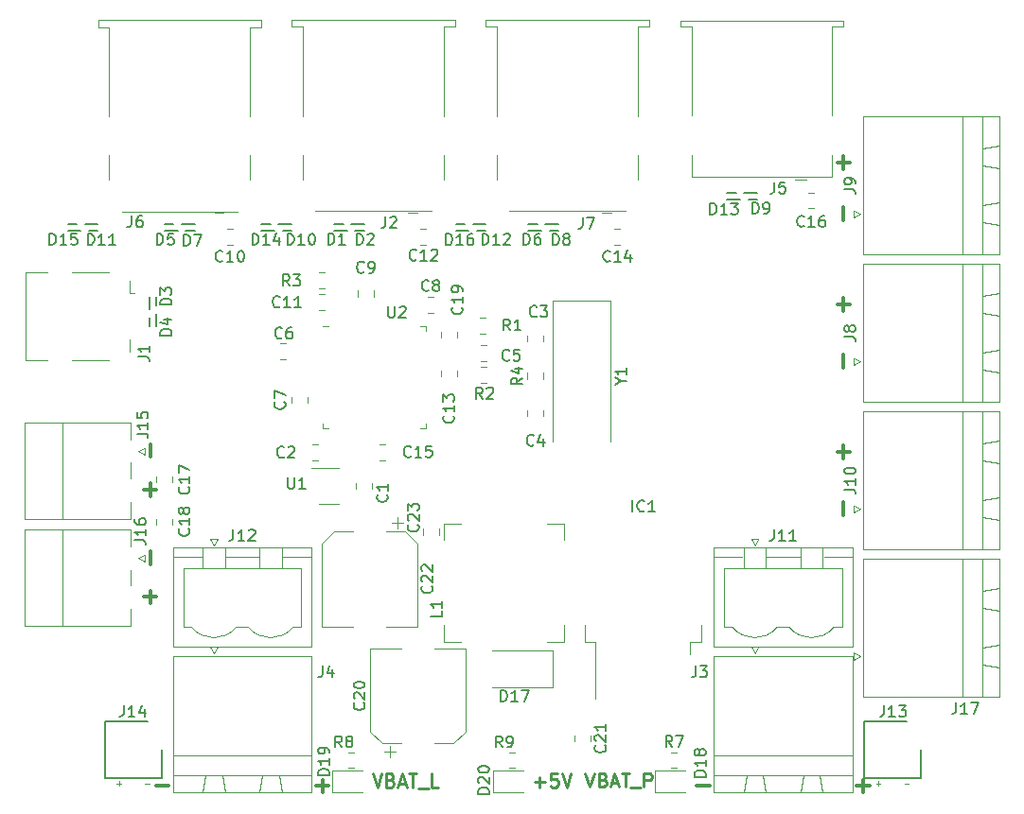
<source format=gbr>
G04 #@! TF.GenerationSoftware,KiCad,Pcbnew,(5.1.4)-1*
G04 #@! TF.CreationDate,2020-01-15T02:18:28+01:00*
G04 #@! TF.ProjectId,hub_usb_dispatch,6875625f-7573-4625-9f64-697370617463,rev?*
G04 #@! TF.SameCoordinates,Original*
G04 #@! TF.FileFunction,Legend,Top*
G04 #@! TF.FilePolarity,Positive*
%FSLAX46Y46*%
G04 Gerber Fmt 4.6, Leading zero omitted, Abs format (unit mm)*
G04 Created by KiCad (PCBNEW (5.1.4)-1) date 2020-01-15 02:18:28*
%MOMM*%
%LPD*%
G04 APERTURE LIST*
%ADD10C,0.125000*%
%ADD11C,0.300000*%
%ADD12C,0.250000*%
%ADD13C,0.200000*%
%ADD14C,0.120000*%
%ADD15C,0.150000*%
G04 APERTURE END LIST*
D10*
X58610523Y-118806114D02*
X58991476Y-118806114D01*
X58801000Y-118996590D02*
X58801000Y-118615638D01*
X61150523Y-118806114D02*
X61531476Y-118806114D01*
X129095523Y-118806114D02*
X129476476Y-118806114D01*
X126555523Y-118806114D02*
X126936476Y-118806114D01*
X126746000Y-118996590D02*
X126746000Y-118615638D01*
D11*
X123652742Y-68354628D02*
X123652742Y-67211771D01*
X123652742Y-63766628D02*
X123652742Y-62623771D01*
X124224171Y-63195200D02*
X123081314Y-63195200D01*
X123652742Y-81554628D02*
X123652742Y-80411771D01*
X123652742Y-76474628D02*
X123652742Y-75331771D01*
X124224171Y-75903200D02*
X123081314Y-75903200D01*
X123652742Y-94754628D02*
X123652742Y-93611771D01*
X123652742Y-89674628D02*
X123652742Y-88531771D01*
X124224171Y-89103200D02*
X123081314Y-89103200D01*
X61614857Y-88431371D02*
X61614857Y-89574228D01*
X61614857Y-91936571D02*
X61614857Y-93079428D01*
X61043428Y-92508000D02*
X62186285Y-92508000D01*
X61614857Y-98031371D02*
X61614857Y-99174228D01*
X61614857Y-101536571D02*
X61614857Y-102679428D01*
X61043428Y-102108000D02*
X62186285Y-102108000D01*
X110504171Y-119025222D02*
X111647028Y-119025222D01*
X124829771Y-119025222D02*
X125972628Y-119025222D01*
X125401200Y-119596651D02*
X125401200Y-118453794D01*
X76441371Y-119029942D02*
X77584228Y-119029942D01*
X77012800Y-119601371D02*
X77012800Y-118458514D01*
X62115771Y-119029942D02*
X63258628Y-119029942D01*
D12*
X100527228Y-117884657D02*
X100927228Y-119084657D01*
X101327228Y-117884657D01*
X102127228Y-118456085D02*
X102298657Y-118513228D01*
X102355800Y-118570371D01*
X102412942Y-118684657D01*
X102412942Y-118856085D01*
X102355800Y-118970371D01*
X102298657Y-119027514D01*
X102184371Y-119084657D01*
X101727228Y-119084657D01*
X101727228Y-117884657D01*
X102127228Y-117884657D01*
X102241514Y-117941800D01*
X102298657Y-117998942D01*
X102355800Y-118113228D01*
X102355800Y-118227514D01*
X102298657Y-118341800D01*
X102241514Y-118398942D01*
X102127228Y-118456085D01*
X101727228Y-118456085D01*
X102870085Y-118741800D02*
X103441514Y-118741800D01*
X102755800Y-119084657D02*
X103155800Y-117884657D01*
X103555800Y-119084657D01*
X103784371Y-117884657D02*
X104470085Y-117884657D01*
X104127228Y-119084657D02*
X104127228Y-117884657D01*
X104584371Y-119198942D02*
X105498657Y-119198942D01*
X105784371Y-119084657D02*
X105784371Y-117884657D01*
X106241514Y-117884657D01*
X106355800Y-117941800D01*
X106412942Y-117998942D01*
X106470085Y-118113228D01*
X106470085Y-118284657D01*
X106412942Y-118398942D01*
X106355800Y-118456085D01*
X106241514Y-118513228D01*
X105784371Y-118513228D01*
X95993142Y-118678314D02*
X96907428Y-118678314D01*
X96450285Y-119135457D02*
X96450285Y-118221171D01*
X98050285Y-117935457D02*
X97478857Y-117935457D01*
X97421714Y-118506885D01*
X97478857Y-118449742D01*
X97593142Y-118392600D01*
X97878857Y-118392600D01*
X97993142Y-118449742D01*
X98050285Y-118506885D01*
X98107428Y-118621171D01*
X98107428Y-118906885D01*
X98050285Y-119021171D01*
X97993142Y-119078314D01*
X97878857Y-119135457D01*
X97593142Y-119135457D01*
X97478857Y-119078314D01*
X97421714Y-119021171D01*
X98450285Y-117935457D02*
X98850285Y-119135457D01*
X99250285Y-117935457D01*
X81515314Y-117935457D02*
X81915314Y-119135457D01*
X82315314Y-117935457D01*
X83115314Y-118506885D02*
X83286742Y-118564028D01*
X83343885Y-118621171D01*
X83401028Y-118735457D01*
X83401028Y-118906885D01*
X83343885Y-119021171D01*
X83286742Y-119078314D01*
X83172457Y-119135457D01*
X82715314Y-119135457D01*
X82715314Y-117935457D01*
X83115314Y-117935457D01*
X83229600Y-117992600D01*
X83286742Y-118049742D01*
X83343885Y-118164028D01*
X83343885Y-118278314D01*
X83286742Y-118392600D01*
X83229600Y-118449742D01*
X83115314Y-118506885D01*
X82715314Y-118506885D01*
X83858171Y-118792600D02*
X84429600Y-118792600D01*
X83743885Y-119135457D02*
X84143885Y-117935457D01*
X84543885Y-119135457D01*
X84772457Y-117935457D02*
X85458171Y-117935457D01*
X85115314Y-119135457D02*
X85115314Y-117935457D01*
X85572457Y-119249742D02*
X86486742Y-119249742D01*
X87343885Y-119135457D02*
X86772457Y-119135457D01*
X86772457Y-117935457D01*
D13*
X90112200Y-69286400D02*
X88957200Y-69286400D01*
X89757200Y-68686400D02*
X88957200Y-68686400D01*
X55390400Y-69286400D02*
X54235400Y-69286400D01*
X55035400Y-68686400D02*
X54235400Y-68686400D01*
X72738600Y-69286400D02*
X71583600Y-69286400D01*
X72383600Y-68686400D02*
X71583600Y-68686400D01*
X114394600Y-66492400D02*
X113239600Y-66492400D01*
X114039600Y-65892400D02*
X113239600Y-65892400D01*
X90481800Y-68686400D02*
X91636800Y-68686400D01*
X90836800Y-69286400D02*
X91636800Y-69286400D01*
X55760000Y-68686400D02*
X56915000Y-68686400D01*
X56115000Y-69286400D02*
X56915000Y-69286400D01*
X73108200Y-68686400D02*
X74263200Y-68686400D01*
X73463200Y-69286400D02*
X74263200Y-69286400D01*
X114764200Y-65892400D02*
X115919200Y-65892400D01*
X115119200Y-66492400D02*
X115919200Y-66492400D01*
X96984200Y-68686400D02*
X98139200Y-68686400D01*
X97339200Y-69286400D02*
X98139200Y-69286400D01*
X64421400Y-68686400D02*
X65576400Y-68686400D01*
X64776400Y-69286400D02*
X65576400Y-69286400D01*
X96614600Y-69286400D02*
X95459600Y-69286400D01*
X96259600Y-68686400D02*
X95459600Y-68686400D01*
X64051800Y-69286400D02*
X62896800Y-69286400D01*
X63696800Y-68686400D02*
X62896800Y-68686400D01*
X62123600Y-76715000D02*
X62123600Y-77870000D01*
X61523600Y-77070000D02*
X61523600Y-77870000D01*
X61523600Y-76345400D02*
X61523600Y-75190400D01*
X62123600Y-75990400D02*
X62123600Y-75190400D01*
X79610600Y-68686400D02*
X80765600Y-68686400D01*
X79965600Y-69286400D02*
X80765600Y-69286400D01*
X79241000Y-69286400D02*
X78086000Y-69286400D01*
X78886000Y-68686400D02*
X78086000Y-68686400D01*
D14*
X85771000Y-77813000D02*
X86271000Y-77813000D01*
X86271000Y-77813000D02*
X86271000Y-78313000D01*
X77551000Y-87033000D02*
X77051000Y-87033000D01*
X77051000Y-87033000D02*
X77051000Y-86533000D01*
X85771000Y-87033000D02*
X86271000Y-87033000D01*
X86271000Y-87033000D02*
X86271000Y-86533000D01*
X77551000Y-77813000D02*
X77051000Y-77813000D01*
X120328100Y-64747300D02*
X119328100Y-64747300D01*
X123578100Y-50997300D02*
X123578100Y-50497300D01*
X122578100Y-50997300D02*
X123578100Y-50997300D01*
X122578100Y-58997300D02*
X122578100Y-50997300D01*
X122578100Y-64497300D02*
X122578100Y-62497300D01*
X110078100Y-64497300D02*
X122578100Y-64497300D01*
X110078100Y-62497300D02*
X110078100Y-64497300D01*
X110078100Y-50997300D02*
X110078100Y-58997300D01*
X109078100Y-50997300D02*
X110078100Y-50997300D01*
X109078100Y-50497300D02*
X109078100Y-50997300D01*
X123578100Y-50497300D02*
X109078100Y-50497300D01*
X84239200Y-95482400D02*
X83239200Y-95482400D01*
X83739200Y-94982400D02*
X83739200Y-95982400D01*
X78033637Y-96222400D02*
X76969200Y-97286837D01*
X84424763Y-96222400D02*
X85489200Y-97286837D01*
X84424763Y-96222400D02*
X82739200Y-96222400D01*
X78033637Y-96222400D02*
X79719200Y-96222400D01*
X76969200Y-97286837D02*
X76969200Y-104742400D01*
X85489200Y-97286837D02*
X85489200Y-104742400D01*
X85489200Y-104742400D02*
X82739200Y-104742400D01*
X76969200Y-104742400D02*
X79719200Y-104742400D01*
X82537200Y-115947200D02*
X83537200Y-115947200D01*
X83037200Y-116447200D02*
X83037200Y-115447200D01*
X88742763Y-115207200D02*
X89807200Y-114142763D01*
X82351637Y-115207200D02*
X81287200Y-114142763D01*
X82351637Y-115207200D02*
X84037200Y-115207200D01*
X88742763Y-115207200D02*
X87057200Y-115207200D01*
X89807200Y-114142763D02*
X89807200Y-106687200D01*
X81287200Y-114142763D02*
X81287200Y-106687200D01*
X81287200Y-106687200D02*
X84037200Y-106687200D01*
X89807200Y-106687200D02*
X87057200Y-106687200D01*
X93741422Y-117423000D02*
X94258578Y-117423000D01*
X93741422Y-116003000D02*
X94258578Y-116003000D01*
X79346422Y-117423000D02*
X79863578Y-117423000D01*
X79346422Y-116003000D02*
X79863578Y-116003000D01*
X108227122Y-117423000D02*
X108744278Y-117423000D01*
X108227122Y-116003000D02*
X108744278Y-116003000D01*
X92315000Y-119603400D02*
X95000000Y-119603400D01*
X92315000Y-117683400D02*
X92315000Y-119603400D01*
X95000000Y-117683400D02*
X92315000Y-117683400D01*
X77920000Y-119603400D02*
X80605000Y-119603400D01*
X77920000Y-117683400D02*
X77920000Y-119603400D01*
X80605000Y-117683400D02*
X77920000Y-117683400D01*
X106798400Y-119603400D02*
X109483400Y-119603400D01*
X106798400Y-117683400D02*
X106798400Y-119603400D01*
X109483400Y-117683400D02*
X106798400Y-117683400D01*
X87631200Y-78329022D02*
X87631200Y-78846178D01*
X89051200Y-78329022D02*
X89051200Y-78846178D01*
X63549600Y-95610178D02*
X63549600Y-95093022D01*
X62129600Y-95610178D02*
X62129600Y-95093022D01*
X63549600Y-91850978D02*
X63549600Y-91333822D01*
X62129600Y-91850978D02*
X62129600Y-91333822D01*
X120493022Y-67308800D02*
X121010178Y-67308800D01*
X120493022Y-65888800D02*
X121010178Y-65888800D01*
X103119422Y-70534600D02*
X103636578Y-70534600D01*
X103119422Y-69114600D02*
X103636578Y-69114600D01*
X85796622Y-70534600D02*
X86313778Y-70534600D01*
X85796622Y-69114600D02*
X86313778Y-69114600D01*
X68473822Y-70534600D02*
X68990978Y-70534600D01*
X68473822Y-69114600D02*
X68990978Y-69114600D01*
X97653000Y-75608700D02*
X97653000Y-88208700D01*
X102753000Y-75608700D02*
X97653000Y-75608700D01*
X102753000Y-88208700D02*
X102753000Y-75608700D01*
D13*
X61341000Y-113284000D02*
X57531000Y-113284000D01*
X57531000Y-113284000D02*
X57531000Y-118364000D01*
X57531000Y-118364000D02*
X62611000Y-118364000D01*
X62611000Y-118364000D02*
X62611000Y-115824000D01*
X129286000Y-113284000D02*
X125476000Y-113284000D01*
X125476000Y-113284000D02*
X125476000Y-118364000D01*
X125476000Y-118364000D02*
X130556000Y-118364000D01*
X130556000Y-118364000D02*
X130556000Y-115824000D01*
D14*
X67010000Y-96906000D02*
X67610000Y-96906000D01*
X67310000Y-97506000D02*
X67010000Y-96906000D01*
X67610000Y-96906000D02*
X67310000Y-97506000D01*
X75130000Y-104816000D02*
X74390000Y-104816000D01*
X75130000Y-99516000D02*
X75130000Y-104816000D01*
X64570000Y-99516000D02*
X75130000Y-99516000D01*
X64570000Y-104816000D02*
X64570000Y-99516000D01*
X65310000Y-104816000D02*
X64570000Y-104816000D01*
X69310000Y-104816000D02*
X70390000Y-104816000D01*
X73390000Y-99516000D02*
X71390000Y-99516000D01*
X73390000Y-97706000D02*
X73390000Y-99516000D01*
X71390000Y-97706000D02*
X73390000Y-97706000D01*
X71390000Y-99516000D02*
X71390000Y-97706000D01*
X68310000Y-99516000D02*
X66310000Y-99516000D01*
X68310000Y-97706000D02*
X68310000Y-99516000D01*
X66310000Y-97706000D02*
X68310000Y-97706000D01*
X66310000Y-99516000D02*
X66310000Y-97706000D01*
X68310000Y-98516000D02*
X71390000Y-98516000D01*
X76040000Y-98516000D02*
X73500000Y-98516000D01*
X63660000Y-98516000D02*
X66200000Y-98516000D01*
X76040000Y-97706000D02*
X63660000Y-97706000D01*
X76040000Y-106526000D02*
X76040000Y-97706000D01*
X63660000Y-106526000D02*
X76040000Y-106526000D01*
X63660000Y-97706000D02*
X63660000Y-106526000D01*
X74376841Y-104831821D02*
G75*
G02X70390000Y-104816000I-1986841J1665821D01*
G01*
X69296841Y-104831821D02*
G75*
G02X65310000Y-104816000I-1986841J1665821D01*
G01*
X115397000Y-96906000D02*
X115997000Y-96906000D01*
X115697000Y-97506000D02*
X115397000Y-96906000D01*
X115997000Y-96906000D02*
X115697000Y-97506000D01*
X123517000Y-104816000D02*
X122777000Y-104816000D01*
X123517000Y-99516000D02*
X123517000Y-104816000D01*
X112957000Y-99516000D02*
X123517000Y-99516000D01*
X112957000Y-104816000D02*
X112957000Y-99516000D01*
X113697000Y-104816000D02*
X112957000Y-104816000D01*
X117697000Y-104816000D02*
X118777000Y-104816000D01*
X121777000Y-99516000D02*
X119777000Y-99516000D01*
X121777000Y-97706000D02*
X121777000Y-99516000D01*
X119777000Y-97706000D02*
X121777000Y-97706000D01*
X119777000Y-99516000D02*
X119777000Y-97706000D01*
X116697000Y-99516000D02*
X114697000Y-99516000D01*
X116697000Y-97706000D02*
X116697000Y-99516000D01*
X114697000Y-97706000D02*
X116697000Y-97706000D01*
X114697000Y-99516000D02*
X114697000Y-97706000D01*
X116697000Y-98516000D02*
X119777000Y-98516000D01*
X124427000Y-98516000D02*
X121887000Y-98516000D01*
X112047000Y-98516000D02*
X114587000Y-98516000D01*
X124427000Y-97706000D02*
X112047000Y-97706000D01*
X124427000Y-106526000D02*
X124427000Y-97706000D01*
X112047000Y-106526000D02*
X124427000Y-106526000D01*
X112047000Y-97706000D02*
X112047000Y-106526000D01*
X122763841Y-104831821D02*
G75*
G02X118777000Y-104816000I-1986841J1665821D01*
G01*
X117683841Y-104831821D02*
G75*
G02X113697000Y-104816000I-1986841J1665821D01*
G01*
X124553500Y-107700000D02*
X124553500Y-107100000D01*
X125153500Y-107400000D02*
X124553500Y-107700000D01*
X124553500Y-107100000D02*
X125153500Y-107400000D01*
X136073500Y-103070000D02*
X137573500Y-103320000D01*
X136073500Y-101570000D02*
X136073500Y-103070000D01*
X137573500Y-101320000D02*
X136073500Y-101570000D01*
X137573500Y-103320000D02*
X137573500Y-101320000D01*
X136073500Y-108150000D02*
X137573500Y-108400000D01*
X136073500Y-106650000D02*
X136073500Y-108150000D01*
X137573500Y-106400000D02*
X136073500Y-106650000D01*
X137573500Y-108400000D02*
X137573500Y-106400000D01*
X136073500Y-98670000D02*
X136073500Y-111050000D01*
X134273500Y-98670000D02*
X136073500Y-98670000D01*
X134273500Y-111050000D02*
X134273500Y-98670000D01*
X136073500Y-111050000D02*
X134273500Y-111050000D01*
X125353500Y-98670000D02*
X125353500Y-111050000D01*
X137573500Y-98670000D02*
X125353500Y-98670000D01*
X137573500Y-111050000D02*
X137573500Y-98670000D01*
X125353500Y-111050000D02*
X137573500Y-111050000D01*
X67010000Y-106564000D02*
X67610000Y-106564000D01*
X67310000Y-107164000D02*
X67010000Y-106564000D01*
X67610000Y-106564000D02*
X67310000Y-107164000D01*
X71640000Y-118084000D02*
X71390000Y-119584000D01*
X73140000Y-118084000D02*
X71640000Y-118084000D01*
X73390000Y-119584000D02*
X73140000Y-118084000D01*
X71390000Y-119584000D02*
X73390000Y-119584000D01*
X66560000Y-118084000D02*
X66310000Y-119584000D01*
X68060000Y-118084000D02*
X66560000Y-118084000D01*
X68310000Y-119584000D02*
X68060000Y-118084000D01*
X66310000Y-119584000D02*
X68310000Y-119584000D01*
X76040000Y-118084000D02*
X63660000Y-118084000D01*
X76040000Y-116284000D02*
X76040000Y-118084000D01*
X63660000Y-116284000D02*
X76040000Y-116284000D01*
X63660000Y-118084000D02*
X63660000Y-116284000D01*
X76040000Y-107364000D02*
X63660000Y-107364000D01*
X76040000Y-119584000D02*
X76040000Y-107364000D01*
X63660000Y-119584000D02*
X76040000Y-119584000D01*
X63660000Y-107364000D02*
X63660000Y-119584000D01*
X115397000Y-106564000D02*
X115997000Y-106564000D01*
X115697000Y-107164000D02*
X115397000Y-106564000D01*
X115997000Y-106564000D02*
X115697000Y-107164000D01*
X120027000Y-118084000D02*
X119777000Y-119584000D01*
X121527000Y-118084000D02*
X120027000Y-118084000D01*
X121777000Y-119584000D02*
X121527000Y-118084000D01*
X119777000Y-119584000D02*
X121777000Y-119584000D01*
X114947000Y-118084000D02*
X114697000Y-119584000D01*
X116447000Y-118084000D02*
X114947000Y-118084000D01*
X116697000Y-119584000D02*
X116447000Y-118084000D01*
X114697000Y-119584000D02*
X116697000Y-119584000D01*
X124427000Y-118084000D02*
X112047000Y-118084000D01*
X124427000Y-116284000D02*
X124427000Y-118084000D01*
X112047000Y-116284000D02*
X124427000Y-116284000D01*
X112047000Y-118084000D02*
X112047000Y-116284000D01*
X124427000Y-107364000D02*
X112047000Y-107364000D01*
X124427000Y-119584000D02*
X124427000Y-107364000D01*
X112047000Y-119584000D02*
X124427000Y-119584000D01*
X112047000Y-107364000D02*
X112047000Y-119584000D01*
X97583200Y-110158800D02*
X92183200Y-110158800D01*
X97583200Y-106858800D02*
X92183200Y-106858800D01*
X97583200Y-110158800D02*
X97583200Y-106858800D01*
X78471600Y-90592000D02*
X76021600Y-90592000D01*
X76671600Y-93812000D02*
X78471600Y-93812000D01*
X95352800Y-82037422D02*
X95352800Y-82554578D01*
X96772800Y-82037422D02*
X96772800Y-82554578D01*
X77245978Y-73051600D02*
X76728822Y-73051600D01*
X77245978Y-74471600D02*
X76728822Y-74471600D01*
X91156022Y-82904400D02*
X91673178Y-82904400D01*
X91156022Y-81484400D02*
X91673178Y-81484400D01*
X91130622Y-78510200D02*
X91647778Y-78510200D01*
X91130622Y-77090200D02*
X91647778Y-77090200D01*
X98628800Y-106148000D02*
X98628800Y-104648000D01*
X98628800Y-95528000D02*
X98628800Y-97028000D01*
X98628800Y-106148000D02*
X97128800Y-106148000D01*
X98628800Y-95528000D02*
X97128800Y-95528000D01*
X87908800Y-95528000D02*
X89408800Y-95528000D01*
X87908800Y-95528000D02*
X87908800Y-97028000D01*
X87908800Y-106148000D02*
X87908800Y-104648000D01*
X87908800Y-106148000D02*
X89408800Y-106148000D01*
X61127000Y-98335000D02*
X61127000Y-98935000D01*
X60527000Y-98635000D02*
X61127000Y-98335000D01*
X61127000Y-98935000D02*
X60527000Y-98635000D01*
X53727000Y-96075000D02*
X53727000Y-104695000D01*
X59837000Y-99685000D02*
X59837000Y-101085000D01*
X59837000Y-104695000D02*
X59837000Y-103185000D01*
X59837000Y-96075000D02*
X59837000Y-97585000D01*
X50417000Y-104695000D02*
X59837000Y-104695000D01*
X50417000Y-96075000D02*
X50417000Y-104695000D01*
X59837000Y-96075000D02*
X50417000Y-96075000D01*
X61127000Y-88735000D02*
X61127000Y-89335000D01*
X60527000Y-89035000D02*
X61127000Y-88735000D01*
X61127000Y-89335000D02*
X60527000Y-89035000D01*
X53727000Y-86475000D02*
X53727000Y-95095000D01*
X59837000Y-90085000D02*
X59837000Y-91485000D01*
X59837000Y-95095000D02*
X59837000Y-93585000D01*
X59837000Y-86475000D02*
X59837000Y-87985000D01*
X50417000Y-95095000D02*
X59837000Y-95095000D01*
X50417000Y-86475000D02*
X50417000Y-95095000D01*
X59837000Y-86475000D02*
X50417000Y-86475000D01*
X124553500Y-94500000D02*
X124553500Y-93900000D01*
X125153500Y-94200000D02*
X124553500Y-94500000D01*
X124553500Y-93900000D02*
X125153500Y-94200000D01*
X136073500Y-89870000D02*
X137573500Y-90120000D01*
X136073500Y-88370000D02*
X136073500Y-89870000D01*
X137573500Y-88120000D02*
X136073500Y-88370000D01*
X137573500Y-90120000D02*
X137573500Y-88120000D01*
X136073500Y-94950000D02*
X137573500Y-95200000D01*
X136073500Y-93450000D02*
X136073500Y-94950000D01*
X137573500Y-93200000D02*
X136073500Y-93450000D01*
X137573500Y-95200000D02*
X137573500Y-93200000D01*
X136073500Y-85470000D02*
X136073500Y-97850000D01*
X134273500Y-85470000D02*
X136073500Y-85470000D01*
X134273500Y-97850000D02*
X134273500Y-85470000D01*
X136073500Y-97850000D02*
X134273500Y-97850000D01*
X125353500Y-85470000D02*
X125353500Y-97850000D01*
X137573500Y-85470000D02*
X125353500Y-85470000D01*
X137573500Y-97850000D02*
X137573500Y-85470000D01*
X125353500Y-97850000D02*
X137573500Y-97850000D01*
X124553500Y-68100000D02*
X124553500Y-67500000D01*
X125153500Y-67800000D02*
X124553500Y-68100000D01*
X124553500Y-67500000D02*
X125153500Y-67800000D01*
X136073500Y-63470000D02*
X137573500Y-63720000D01*
X136073500Y-61970000D02*
X136073500Y-63470000D01*
X137573500Y-61720000D02*
X136073500Y-61970000D01*
X137573500Y-63720000D02*
X137573500Y-61720000D01*
X136073500Y-68550000D02*
X137573500Y-68800000D01*
X136073500Y-67050000D02*
X136073500Y-68550000D01*
X137573500Y-66800000D02*
X136073500Y-67050000D01*
X137573500Y-68800000D02*
X137573500Y-66800000D01*
X136073500Y-59070000D02*
X136073500Y-71450000D01*
X134273500Y-59070000D02*
X136073500Y-59070000D01*
X134273500Y-71450000D02*
X134273500Y-59070000D01*
X136073500Y-71450000D02*
X134273500Y-71450000D01*
X125353500Y-59070000D02*
X125353500Y-71450000D01*
X137573500Y-59070000D02*
X125353500Y-59070000D01*
X137573500Y-71450000D02*
X137573500Y-59070000D01*
X125353500Y-71450000D02*
X137573500Y-71450000D01*
X124553500Y-81300000D02*
X124553500Y-80700000D01*
X125153500Y-81000000D02*
X124553500Y-81300000D01*
X124553500Y-80700000D02*
X125153500Y-81000000D01*
X136073500Y-76670000D02*
X137573500Y-76920000D01*
X136073500Y-75170000D02*
X136073500Y-76670000D01*
X137573500Y-74920000D02*
X136073500Y-75170000D01*
X137573500Y-76920000D02*
X137573500Y-74920000D01*
X136073500Y-81750000D02*
X137573500Y-82000000D01*
X136073500Y-80250000D02*
X136073500Y-81750000D01*
X137573500Y-80000000D02*
X136073500Y-80250000D01*
X137573500Y-82000000D02*
X137573500Y-80000000D01*
X136073500Y-72270000D02*
X136073500Y-84650000D01*
X134273500Y-72270000D02*
X136073500Y-72270000D01*
X134273500Y-84650000D02*
X134273500Y-72270000D01*
X136073500Y-84650000D02*
X134273500Y-84650000D01*
X125353500Y-72270000D02*
X125353500Y-84650000D01*
X137573500Y-72270000D02*
X125353500Y-72270000D01*
X137573500Y-84650000D02*
X137573500Y-72270000D01*
X125353500Y-84650000D02*
X137573500Y-84650000D01*
X102054500Y-67703500D02*
X102854500Y-67703500D01*
X104144500Y-67553500D02*
X93764500Y-67553500D01*
X105264500Y-51053500D02*
X105264500Y-59023500D01*
X106264500Y-51053500D02*
X105264500Y-51053500D01*
X106264500Y-50433500D02*
X106264500Y-51053500D01*
X91644500Y-50433500D02*
X106264500Y-50433500D01*
X91644500Y-51053500D02*
X91644500Y-50433500D01*
X92644500Y-51053500D02*
X91644500Y-51053500D01*
X92644500Y-59023500D02*
X92644500Y-51053500D01*
X105264500Y-62523500D02*
X105264500Y-64703500D01*
X92644500Y-62523500D02*
X92644500Y-64703500D01*
X67354500Y-67728900D02*
X68154500Y-67728900D01*
X69444500Y-67578900D02*
X59064500Y-67578900D01*
X70564500Y-51078900D02*
X70564500Y-59048900D01*
X71564500Y-51078900D02*
X70564500Y-51078900D01*
X71564500Y-50458900D02*
X71564500Y-51078900D01*
X56944500Y-50458900D02*
X71564500Y-50458900D01*
X56944500Y-51078900D02*
X56944500Y-50458900D01*
X57944500Y-51078900D02*
X56944500Y-51078900D01*
X57944500Y-59048900D02*
X57944500Y-51078900D01*
X70564500Y-62548900D02*
X70564500Y-64728900D01*
X57944500Y-62548900D02*
X57944500Y-64728900D01*
X84690000Y-67703500D02*
X85490000Y-67703500D01*
X86780000Y-67553500D02*
X76400000Y-67553500D01*
X87900000Y-51053500D02*
X87900000Y-59023500D01*
X88900000Y-51053500D02*
X87900000Y-51053500D01*
X88900000Y-50433500D02*
X88900000Y-51053500D01*
X74280000Y-50433500D02*
X88900000Y-50433500D01*
X74280000Y-51053500D02*
X74280000Y-50433500D01*
X75280000Y-51053500D02*
X74280000Y-51053500D01*
X75280000Y-59023500D02*
X75280000Y-51053500D01*
X87900000Y-62523500D02*
X87900000Y-64703500D01*
X75280000Y-62523500D02*
X75280000Y-64703500D01*
X50478000Y-80872000D02*
X50478000Y-73052000D01*
X59798000Y-74852000D02*
X60228000Y-74852000D01*
X50478000Y-80872000D02*
X52428000Y-80872000D01*
X54648000Y-80872000D02*
X57878000Y-80872000D01*
X59798000Y-79072000D02*
X59798000Y-80152000D01*
X59798000Y-73772000D02*
X59798000Y-74852000D01*
X54648000Y-73052000D02*
X57878000Y-73052000D01*
X50478000Y-73052000D02*
X52428000Y-73052000D01*
X100476700Y-104624800D02*
X100476700Y-106124800D01*
X100476700Y-106124800D02*
X101426700Y-106124800D01*
X101426700Y-106124800D02*
X101426700Y-111249800D01*
X110876700Y-104624800D02*
X110876700Y-106124800D01*
X110876700Y-106124800D02*
X109926700Y-106124800D01*
X109926700Y-106124800D02*
X109926700Y-107224800D01*
X87476400Y-96524578D02*
X87476400Y-96007422D01*
X86056400Y-96524578D02*
X86056400Y-96007422D01*
X99569200Y-114498622D02*
X99569200Y-115015778D01*
X100989200Y-114498622D02*
X100989200Y-115015778D01*
X82088222Y-89838600D02*
X82605378Y-89838600D01*
X82088222Y-88418600D02*
X82605378Y-88418600D01*
X87631200Y-81834222D02*
X87631200Y-82351378D01*
X89051200Y-81834222D02*
X89051200Y-82351378D01*
X77245978Y-75007400D02*
X76728822Y-75007400D01*
X77245978Y-76427400D02*
X76728822Y-76427400D01*
X80189000Y-75188578D02*
X80189000Y-74671422D01*
X81609000Y-75188578D02*
X81609000Y-74671422D01*
X86431622Y-76630600D02*
X86948778Y-76630600D01*
X86431622Y-75210600D02*
X86948778Y-75210600D01*
X74270800Y-84221822D02*
X74270800Y-84738978D01*
X75690800Y-84221822D02*
X75690800Y-84738978D01*
X73766178Y-79401600D02*
X73249022Y-79401600D01*
X73766178Y-80821600D02*
X73249022Y-80821600D01*
X91156022Y-80999400D02*
X91673178Y-80999400D01*
X91156022Y-79579400D02*
X91673178Y-79579400D01*
X95352800Y-85415622D02*
X95352800Y-85932778D01*
X96772800Y-85415622D02*
X96772800Y-85932778D01*
X96772800Y-79176378D02*
X96772800Y-78659222D01*
X95352800Y-79176378D02*
X95352800Y-78659222D01*
X76661778Y-88418600D02*
X76144622Y-88418600D01*
X76661778Y-89838600D02*
X76144622Y-89838600D01*
X81431200Y-92435178D02*
X81431200Y-91918022D01*
X80011200Y-92435178D02*
X80011200Y-91918022D01*
D15*
X88066714Y-70581780D02*
X88066714Y-69581780D01*
X88304809Y-69581780D01*
X88447666Y-69629400D01*
X88542904Y-69724638D01*
X88590523Y-69819876D01*
X88638142Y-70010352D01*
X88638142Y-70153209D01*
X88590523Y-70343685D01*
X88542904Y-70438923D01*
X88447666Y-70534161D01*
X88304809Y-70581780D01*
X88066714Y-70581780D01*
X89590523Y-70581780D02*
X89019095Y-70581780D01*
X89304809Y-70581780D02*
X89304809Y-69581780D01*
X89209571Y-69724638D01*
X89114333Y-69819876D01*
X89019095Y-69867495D01*
X90447666Y-69581780D02*
X90257190Y-69581780D01*
X90161952Y-69629400D01*
X90114333Y-69677019D01*
X90019095Y-69819876D01*
X89971476Y-70010352D01*
X89971476Y-70391304D01*
X90019095Y-70486542D01*
X90066714Y-70534161D01*
X90161952Y-70581780D01*
X90352428Y-70581780D01*
X90447666Y-70534161D01*
X90495285Y-70486542D01*
X90542904Y-70391304D01*
X90542904Y-70153209D01*
X90495285Y-70057971D01*
X90447666Y-70010352D01*
X90352428Y-69962733D01*
X90161952Y-69962733D01*
X90066714Y-70010352D01*
X90019095Y-70057971D01*
X89971476Y-70153209D01*
X52608314Y-70556380D02*
X52608314Y-69556380D01*
X52846409Y-69556380D01*
X52989266Y-69604000D01*
X53084504Y-69699238D01*
X53132123Y-69794476D01*
X53179742Y-69984952D01*
X53179742Y-70127809D01*
X53132123Y-70318285D01*
X53084504Y-70413523D01*
X52989266Y-70508761D01*
X52846409Y-70556380D01*
X52608314Y-70556380D01*
X54132123Y-70556380D02*
X53560695Y-70556380D01*
X53846409Y-70556380D02*
X53846409Y-69556380D01*
X53751171Y-69699238D01*
X53655933Y-69794476D01*
X53560695Y-69842095D01*
X55036885Y-69556380D02*
X54560695Y-69556380D01*
X54513076Y-70032571D01*
X54560695Y-69984952D01*
X54655933Y-69937333D01*
X54894028Y-69937333D01*
X54989266Y-69984952D01*
X55036885Y-70032571D01*
X55084504Y-70127809D01*
X55084504Y-70365904D01*
X55036885Y-70461142D01*
X54989266Y-70508761D01*
X54894028Y-70556380D01*
X54655933Y-70556380D01*
X54560695Y-70508761D01*
X54513076Y-70461142D01*
X70743914Y-70556380D02*
X70743914Y-69556380D01*
X70982009Y-69556380D01*
X71124866Y-69604000D01*
X71220104Y-69699238D01*
X71267723Y-69794476D01*
X71315342Y-69984952D01*
X71315342Y-70127809D01*
X71267723Y-70318285D01*
X71220104Y-70413523D01*
X71124866Y-70508761D01*
X70982009Y-70556380D01*
X70743914Y-70556380D01*
X72267723Y-70556380D02*
X71696295Y-70556380D01*
X71982009Y-70556380D02*
X71982009Y-69556380D01*
X71886771Y-69699238D01*
X71791533Y-69794476D01*
X71696295Y-69842095D01*
X73124866Y-69889714D02*
X73124866Y-70556380D01*
X72886771Y-69508761D02*
X72648676Y-70223047D01*
X73267723Y-70223047D01*
X111714114Y-67838580D02*
X111714114Y-66838580D01*
X111952209Y-66838580D01*
X112095066Y-66886200D01*
X112190304Y-66981438D01*
X112237923Y-67076676D01*
X112285542Y-67267152D01*
X112285542Y-67410009D01*
X112237923Y-67600485D01*
X112190304Y-67695723D01*
X112095066Y-67790961D01*
X111952209Y-67838580D01*
X111714114Y-67838580D01*
X113237923Y-67838580D02*
X112666495Y-67838580D01*
X112952209Y-67838580D02*
X112952209Y-66838580D01*
X112856971Y-66981438D01*
X112761733Y-67076676D01*
X112666495Y-67124295D01*
X113571257Y-66838580D02*
X114190304Y-66838580D01*
X113856971Y-67219533D01*
X113999828Y-67219533D01*
X114095066Y-67267152D01*
X114142685Y-67314771D01*
X114190304Y-67410009D01*
X114190304Y-67648104D01*
X114142685Y-67743342D01*
X114095066Y-67790961D01*
X113999828Y-67838580D01*
X113714114Y-67838580D01*
X113618876Y-67790961D01*
X113571257Y-67743342D01*
X91317914Y-70556380D02*
X91317914Y-69556380D01*
X91556009Y-69556380D01*
X91698866Y-69604000D01*
X91794104Y-69699238D01*
X91841723Y-69794476D01*
X91889342Y-69984952D01*
X91889342Y-70127809D01*
X91841723Y-70318285D01*
X91794104Y-70413523D01*
X91698866Y-70508761D01*
X91556009Y-70556380D01*
X91317914Y-70556380D01*
X92841723Y-70556380D02*
X92270295Y-70556380D01*
X92556009Y-70556380D02*
X92556009Y-69556380D01*
X92460771Y-69699238D01*
X92365533Y-69794476D01*
X92270295Y-69842095D01*
X93222676Y-69651619D02*
X93270295Y-69604000D01*
X93365533Y-69556380D01*
X93603628Y-69556380D01*
X93698866Y-69604000D01*
X93746485Y-69651619D01*
X93794104Y-69746857D01*
X93794104Y-69842095D01*
X93746485Y-69984952D01*
X93175057Y-70556380D01*
X93794104Y-70556380D01*
X56037314Y-70581780D02*
X56037314Y-69581780D01*
X56275409Y-69581780D01*
X56418266Y-69629400D01*
X56513504Y-69724638D01*
X56561123Y-69819876D01*
X56608742Y-70010352D01*
X56608742Y-70153209D01*
X56561123Y-70343685D01*
X56513504Y-70438923D01*
X56418266Y-70534161D01*
X56275409Y-70581780D01*
X56037314Y-70581780D01*
X57561123Y-70581780D02*
X56989695Y-70581780D01*
X57275409Y-70581780D02*
X57275409Y-69581780D01*
X57180171Y-69724638D01*
X57084933Y-69819876D01*
X56989695Y-69867495D01*
X58513504Y-70581780D02*
X57942076Y-70581780D01*
X58227790Y-70581780D02*
X58227790Y-69581780D01*
X58132552Y-69724638D01*
X58037314Y-69819876D01*
X57942076Y-69867495D01*
X73893514Y-70556380D02*
X73893514Y-69556380D01*
X74131609Y-69556380D01*
X74274466Y-69604000D01*
X74369704Y-69699238D01*
X74417323Y-69794476D01*
X74464942Y-69984952D01*
X74464942Y-70127809D01*
X74417323Y-70318285D01*
X74369704Y-70413523D01*
X74274466Y-70508761D01*
X74131609Y-70556380D01*
X73893514Y-70556380D01*
X75417323Y-70556380D02*
X74845895Y-70556380D01*
X75131609Y-70556380D02*
X75131609Y-69556380D01*
X75036371Y-69699238D01*
X74941133Y-69794476D01*
X74845895Y-69842095D01*
X76036371Y-69556380D02*
X76131609Y-69556380D01*
X76226847Y-69604000D01*
X76274466Y-69651619D01*
X76322085Y-69746857D01*
X76369704Y-69937333D01*
X76369704Y-70175428D01*
X76322085Y-70365904D01*
X76274466Y-70461142D01*
X76226847Y-70508761D01*
X76131609Y-70556380D01*
X76036371Y-70556380D01*
X75941133Y-70508761D01*
X75893514Y-70461142D01*
X75845895Y-70365904D01*
X75798276Y-70175428D01*
X75798276Y-69937333D01*
X75845895Y-69746857D01*
X75893514Y-69651619D01*
X75941133Y-69604000D01*
X76036371Y-69556380D01*
X115492304Y-67762380D02*
X115492304Y-66762380D01*
X115730400Y-66762380D01*
X115873257Y-66810000D01*
X115968495Y-66905238D01*
X116016114Y-67000476D01*
X116063733Y-67190952D01*
X116063733Y-67333809D01*
X116016114Y-67524285D01*
X115968495Y-67619523D01*
X115873257Y-67714761D01*
X115730400Y-67762380D01*
X115492304Y-67762380D01*
X116539923Y-67762380D02*
X116730400Y-67762380D01*
X116825638Y-67714761D01*
X116873257Y-67667142D01*
X116968495Y-67524285D01*
X117016114Y-67333809D01*
X117016114Y-66952857D01*
X116968495Y-66857619D01*
X116920876Y-66810000D01*
X116825638Y-66762380D01*
X116635161Y-66762380D01*
X116539923Y-66810000D01*
X116492304Y-66857619D01*
X116444685Y-66952857D01*
X116444685Y-67190952D01*
X116492304Y-67286190D01*
X116539923Y-67333809D01*
X116635161Y-67381428D01*
X116825638Y-67381428D01*
X116920876Y-67333809D01*
X116968495Y-67286190D01*
X117016114Y-67190952D01*
X97610704Y-70581780D02*
X97610704Y-69581780D01*
X97848800Y-69581780D01*
X97991657Y-69629400D01*
X98086895Y-69724638D01*
X98134514Y-69819876D01*
X98182133Y-70010352D01*
X98182133Y-70153209D01*
X98134514Y-70343685D01*
X98086895Y-70438923D01*
X97991657Y-70534161D01*
X97848800Y-70581780D01*
X97610704Y-70581780D01*
X98753561Y-70010352D02*
X98658323Y-69962733D01*
X98610704Y-69915114D01*
X98563085Y-69819876D01*
X98563085Y-69772257D01*
X98610704Y-69677019D01*
X98658323Y-69629400D01*
X98753561Y-69581780D01*
X98944038Y-69581780D01*
X99039276Y-69629400D01*
X99086895Y-69677019D01*
X99134514Y-69772257D01*
X99134514Y-69819876D01*
X99086895Y-69915114D01*
X99039276Y-69962733D01*
X98944038Y-70010352D01*
X98753561Y-70010352D01*
X98658323Y-70057971D01*
X98610704Y-70105590D01*
X98563085Y-70200828D01*
X98563085Y-70391304D01*
X98610704Y-70486542D01*
X98658323Y-70534161D01*
X98753561Y-70581780D01*
X98944038Y-70581780D01*
X99039276Y-70534161D01*
X99086895Y-70486542D01*
X99134514Y-70391304D01*
X99134514Y-70200828D01*
X99086895Y-70105590D01*
X99039276Y-70057971D01*
X98944038Y-70010352D01*
X64641504Y-70657980D02*
X64641504Y-69657980D01*
X64879600Y-69657980D01*
X65022457Y-69705600D01*
X65117695Y-69800838D01*
X65165314Y-69896076D01*
X65212933Y-70086552D01*
X65212933Y-70229409D01*
X65165314Y-70419885D01*
X65117695Y-70515123D01*
X65022457Y-70610361D01*
X64879600Y-70657980D01*
X64641504Y-70657980D01*
X65546266Y-69657980D02*
X66212933Y-69657980D01*
X65784361Y-70657980D01*
X95019904Y-70556380D02*
X95019904Y-69556380D01*
X95258000Y-69556380D01*
X95400857Y-69604000D01*
X95496095Y-69699238D01*
X95543714Y-69794476D01*
X95591333Y-69984952D01*
X95591333Y-70127809D01*
X95543714Y-70318285D01*
X95496095Y-70413523D01*
X95400857Y-70508761D01*
X95258000Y-70556380D01*
X95019904Y-70556380D01*
X96448476Y-69556380D02*
X96258000Y-69556380D01*
X96162761Y-69604000D01*
X96115142Y-69651619D01*
X96019904Y-69794476D01*
X95972285Y-69984952D01*
X95972285Y-70365904D01*
X96019904Y-70461142D01*
X96067523Y-70508761D01*
X96162761Y-70556380D01*
X96353238Y-70556380D01*
X96448476Y-70508761D01*
X96496095Y-70461142D01*
X96543714Y-70365904D01*
X96543714Y-70127809D01*
X96496095Y-70032571D01*
X96448476Y-69984952D01*
X96353238Y-69937333D01*
X96162761Y-69937333D01*
X96067523Y-69984952D01*
X96019904Y-70032571D01*
X95972285Y-70127809D01*
X62203104Y-70556380D02*
X62203104Y-69556380D01*
X62441200Y-69556380D01*
X62584057Y-69604000D01*
X62679295Y-69699238D01*
X62726914Y-69794476D01*
X62774533Y-69984952D01*
X62774533Y-70127809D01*
X62726914Y-70318285D01*
X62679295Y-70413523D01*
X62584057Y-70508761D01*
X62441200Y-70556380D01*
X62203104Y-70556380D01*
X63679295Y-69556380D02*
X63203104Y-69556380D01*
X63155485Y-70032571D01*
X63203104Y-69984952D01*
X63298342Y-69937333D01*
X63536438Y-69937333D01*
X63631676Y-69984952D01*
X63679295Y-70032571D01*
X63726914Y-70127809D01*
X63726914Y-70365904D01*
X63679295Y-70461142D01*
X63631676Y-70508761D01*
X63536438Y-70556380D01*
X63298342Y-70556380D01*
X63203104Y-70508761D01*
X63155485Y-70461142D01*
X63520580Y-78665295D02*
X62520580Y-78665295D01*
X62520580Y-78427200D01*
X62568200Y-78284342D01*
X62663438Y-78189104D01*
X62758676Y-78141485D01*
X62949152Y-78093866D01*
X63092009Y-78093866D01*
X63282485Y-78141485D01*
X63377723Y-78189104D01*
X63472961Y-78284342D01*
X63520580Y-78427200D01*
X63520580Y-78665295D01*
X62853914Y-77236723D02*
X63520580Y-77236723D01*
X62472961Y-77474819D02*
X63187247Y-77712914D01*
X63187247Y-77093866D01*
X63520580Y-75947495D02*
X62520580Y-75947495D01*
X62520580Y-75709400D01*
X62568200Y-75566542D01*
X62663438Y-75471304D01*
X62758676Y-75423685D01*
X62949152Y-75376066D01*
X63092009Y-75376066D01*
X63282485Y-75423685D01*
X63377723Y-75471304D01*
X63472961Y-75566542D01*
X63520580Y-75709400D01*
X63520580Y-75947495D01*
X62520580Y-75042733D02*
X62520580Y-74423685D01*
X62901533Y-74757019D01*
X62901533Y-74614161D01*
X62949152Y-74518923D01*
X62996771Y-74471304D01*
X63092009Y-74423685D01*
X63330104Y-74423685D01*
X63425342Y-74471304D01*
X63472961Y-74518923D01*
X63520580Y-74614161D01*
X63520580Y-74899876D01*
X63472961Y-74995114D01*
X63425342Y-75042733D01*
X80084704Y-70556380D02*
X80084704Y-69556380D01*
X80322800Y-69556380D01*
X80465657Y-69604000D01*
X80560895Y-69699238D01*
X80608514Y-69794476D01*
X80656133Y-69984952D01*
X80656133Y-70127809D01*
X80608514Y-70318285D01*
X80560895Y-70413523D01*
X80465657Y-70508761D01*
X80322800Y-70556380D01*
X80084704Y-70556380D01*
X81037085Y-69651619D02*
X81084704Y-69604000D01*
X81179942Y-69556380D01*
X81418038Y-69556380D01*
X81513276Y-69604000D01*
X81560895Y-69651619D01*
X81608514Y-69746857D01*
X81608514Y-69842095D01*
X81560895Y-69984952D01*
X80989466Y-70556380D01*
X81608514Y-70556380D01*
X77519304Y-70530980D02*
X77519304Y-69530980D01*
X77757400Y-69530980D01*
X77900257Y-69578600D01*
X77995495Y-69673838D01*
X78043114Y-69769076D01*
X78090733Y-69959552D01*
X78090733Y-70102409D01*
X78043114Y-70292885D01*
X77995495Y-70388123D01*
X77900257Y-70483361D01*
X77757400Y-70530980D01*
X77519304Y-70530980D01*
X79043114Y-70530980D02*
X78471685Y-70530980D01*
X78757400Y-70530980D02*
X78757400Y-69530980D01*
X78662161Y-69673838D01*
X78566923Y-69769076D01*
X78471685Y-69816695D01*
X82905695Y-76084180D02*
X82905695Y-76893704D01*
X82953314Y-76988942D01*
X83000933Y-77036561D01*
X83096171Y-77084180D01*
X83286647Y-77084180D01*
X83381885Y-77036561D01*
X83429504Y-76988942D01*
X83477123Y-76893704D01*
X83477123Y-76084180D01*
X83905695Y-76179419D02*
X83953314Y-76131800D01*
X84048552Y-76084180D01*
X84286647Y-76084180D01*
X84381885Y-76131800D01*
X84429504Y-76179419D01*
X84477123Y-76274657D01*
X84477123Y-76369895D01*
X84429504Y-76512752D01*
X83858076Y-77084180D01*
X84477123Y-77084180D01*
X117446466Y-64958980D02*
X117446466Y-65673266D01*
X117398847Y-65816123D01*
X117303609Y-65911361D01*
X117160752Y-65958980D01*
X117065514Y-65958980D01*
X118398847Y-64958980D02*
X117922657Y-64958980D01*
X117875038Y-65435171D01*
X117922657Y-65387552D01*
X118017895Y-65339933D01*
X118255990Y-65339933D01*
X118351228Y-65387552D01*
X118398847Y-65435171D01*
X118446466Y-65530409D01*
X118446466Y-65768504D01*
X118398847Y-65863742D01*
X118351228Y-65911361D01*
X118255990Y-65958980D01*
X118017895Y-65958980D01*
X117922657Y-65911361D01*
X117875038Y-65863742D01*
X86786342Y-101125257D02*
X86833961Y-101172876D01*
X86881580Y-101315733D01*
X86881580Y-101410971D01*
X86833961Y-101553828D01*
X86738723Y-101649066D01*
X86643485Y-101696685D01*
X86453009Y-101744304D01*
X86310152Y-101744304D01*
X86119676Y-101696685D01*
X86024438Y-101649066D01*
X85929200Y-101553828D01*
X85881580Y-101410971D01*
X85881580Y-101315733D01*
X85929200Y-101172876D01*
X85976819Y-101125257D01*
X85976819Y-100744304D02*
X85929200Y-100696685D01*
X85881580Y-100601447D01*
X85881580Y-100363352D01*
X85929200Y-100268114D01*
X85976819Y-100220495D01*
X86072057Y-100172876D01*
X86167295Y-100172876D01*
X86310152Y-100220495D01*
X86881580Y-100791923D01*
X86881580Y-100172876D01*
X85976819Y-99791923D02*
X85929200Y-99744304D01*
X85881580Y-99649066D01*
X85881580Y-99410971D01*
X85929200Y-99315733D01*
X85976819Y-99268114D01*
X86072057Y-99220495D01*
X86167295Y-99220495D01*
X86310152Y-99268114D01*
X86881580Y-99839542D01*
X86881580Y-99220495D01*
X80704342Y-111590057D02*
X80751961Y-111637676D01*
X80799580Y-111780533D01*
X80799580Y-111875771D01*
X80751961Y-112018628D01*
X80656723Y-112113866D01*
X80561485Y-112161485D01*
X80371009Y-112209104D01*
X80228152Y-112209104D01*
X80037676Y-112161485D01*
X79942438Y-112113866D01*
X79847200Y-112018628D01*
X79799580Y-111875771D01*
X79799580Y-111780533D01*
X79847200Y-111637676D01*
X79894819Y-111590057D01*
X79894819Y-111209104D02*
X79847200Y-111161485D01*
X79799580Y-111066247D01*
X79799580Y-110828152D01*
X79847200Y-110732914D01*
X79894819Y-110685295D01*
X79990057Y-110637676D01*
X80085295Y-110637676D01*
X80228152Y-110685295D01*
X80799580Y-111256723D01*
X80799580Y-110637676D01*
X79799580Y-110018628D02*
X79799580Y-109923390D01*
X79847200Y-109828152D01*
X79894819Y-109780533D01*
X79990057Y-109732914D01*
X80180533Y-109685295D01*
X80418628Y-109685295D01*
X80609104Y-109732914D01*
X80704342Y-109780533D01*
X80751961Y-109828152D01*
X80799580Y-109923390D01*
X80799580Y-110018628D01*
X80751961Y-110113866D01*
X80704342Y-110161485D01*
X80609104Y-110209104D01*
X80418628Y-110256723D01*
X80180533Y-110256723D01*
X79990057Y-110209104D01*
X79894819Y-110161485D01*
X79847200Y-110113866D01*
X79799580Y-110018628D01*
X93102133Y-115565180D02*
X92768800Y-115088990D01*
X92530704Y-115565180D02*
X92530704Y-114565180D01*
X92911657Y-114565180D01*
X93006895Y-114612800D01*
X93054514Y-114660419D01*
X93102133Y-114755657D01*
X93102133Y-114898514D01*
X93054514Y-114993752D01*
X93006895Y-115041371D01*
X92911657Y-115088990D01*
X92530704Y-115088990D01*
X93578323Y-115565180D02*
X93768800Y-115565180D01*
X93864038Y-115517561D01*
X93911657Y-115469942D01*
X94006895Y-115327085D01*
X94054514Y-115136609D01*
X94054514Y-114755657D01*
X94006895Y-114660419D01*
X93959276Y-114612800D01*
X93864038Y-114565180D01*
X93673561Y-114565180D01*
X93578323Y-114612800D01*
X93530704Y-114660419D01*
X93483085Y-114755657D01*
X93483085Y-114993752D01*
X93530704Y-115088990D01*
X93578323Y-115136609D01*
X93673561Y-115184228D01*
X93864038Y-115184228D01*
X93959276Y-115136609D01*
X94006895Y-115088990D01*
X94054514Y-114993752D01*
X78751133Y-115565180D02*
X78417800Y-115088990D01*
X78179704Y-115565180D02*
X78179704Y-114565180D01*
X78560657Y-114565180D01*
X78655895Y-114612800D01*
X78703514Y-114660419D01*
X78751133Y-114755657D01*
X78751133Y-114898514D01*
X78703514Y-114993752D01*
X78655895Y-115041371D01*
X78560657Y-115088990D01*
X78179704Y-115088990D01*
X79322561Y-114993752D02*
X79227323Y-114946133D01*
X79179704Y-114898514D01*
X79132085Y-114803276D01*
X79132085Y-114755657D01*
X79179704Y-114660419D01*
X79227323Y-114612800D01*
X79322561Y-114565180D01*
X79513038Y-114565180D01*
X79608276Y-114612800D01*
X79655895Y-114660419D01*
X79703514Y-114755657D01*
X79703514Y-114803276D01*
X79655895Y-114898514D01*
X79608276Y-114946133D01*
X79513038Y-114993752D01*
X79322561Y-114993752D01*
X79227323Y-115041371D01*
X79179704Y-115088990D01*
X79132085Y-115184228D01*
X79132085Y-115374704D01*
X79179704Y-115469942D01*
X79227323Y-115517561D01*
X79322561Y-115565180D01*
X79513038Y-115565180D01*
X79608276Y-115517561D01*
X79655895Y-115469942D01*
X79703514Y-115374704D01*
X79703514Y-115184228D01*
X79655895Y-115088990D01*
X79608276Y-115041371D01*
X79513038Y-114993752D01*
X108319033Y-115515380D02*
X107985700Y-115039190D01*
X107747604Y-115515380D02*
X107747604Y-114515380D01*
X108128557Y-114515380D01*
X108223795Y-114563000D01*
X108271414Y-114610619D01*
X108319033Y-114705857D01*
X108319033Y-114848714D01*
X108271414Y-114943952D01*
X108223795Y-114991571D01*
X108128557Y-115039190D01*
X107747604Y-115039190D01*
X108652366Y-114515380D02*
X109319033Y-114515380D01*
X108890461Y-115515380D01*
X91943180Y-119730685D02*
X90943180Y-119730685D01*
X90943180Y-119492590D01*
X90990800Y-119349733D01*
X91086038Y-119254495D01*
X91181276Y-119206876D01*
X91371752Y-119159257D01*
X91514609Y-119159257D01*
X91705085Y-119206876D01*
X91800323Y-119254495D01*
X91895561Y-119349733D01*
X91943180Y-119492590D01*
X91943180Y-119730685D01*
X91038419Y-118778304D02*
X90990800Y-118730685D01*
X90943180Y-118635447D01*
X90943180Y-118397352D01*
X90990800Y-118302114D01*
X91038419Y-118254495D01*
X91133657Y-118206876D01*
X91228895Y-118206876D01*
X91371752Y-118254495D01*
X91943180Y-118825923D01*
X91943180Y-118206876D01*
X90943180Y-117587828D02*
X90943180Y-117492590D01*
X90990800Y-117397352D01*
X91038419Y-117349733D01*
X91133657Y-117302114D01*
X91324133Y-117254495D01*
X91562228Y-117254495D01*
X91752704Y-117302114D01*
X91847942Y-117349733D01*
X91895561Y-117397352D01*
X91943180Y-117492590D01*
X91943180Y-117587828D01*
X91895561Y-117683066D01*
X91847942Y-117730685D01*
X91752704Y-117778304D01*
X91562228Y-117825923D01*
X91324133Y-117825923D01*
X91133657Y-117778304D01*
X91038419Y-117730685D01*
X90990800Y-117683066D01*
X90943180Y-117587828D01*
X77617580Y-118054285D02*
X76617580Y-118054285D01*
X76617580Y-117816190D01*
X76665200Y-117673333D01*
X76760438Y-117578095D01*
X76855676Y-117530476D01*
X77046152Y-117482857D01*
X77189009Y-117482857D01*
X77379485Y-117530476D01*
X77474723Y-117578095D01*
X77569961Y-117673333D01*
X77617580Y-117816190D01*
X77617580Y-118054285D01*
X77617580Y-116530476D02*
X77617580Y-117101904D01*
X77617580Y-116816190D02*
X76617580Y-116816190D01*
X76760438Y-116911428D01*
X76855676Y-117006666D01*
X76903295Y-117101904D01*
X77617580Y-116054285D02*
X77617580Y-115863809D01*
X77569961Y-115768571D01*
X77522342Y-115720952D01*
X77379485Y-115625714D01*
X77189009Y-115578095D01*
X76808057Y-115578095D01*
X76712819Y-115625714D01*
X76665200Y-115673333D01*
X76617580Y-115768571D01*
X76617580Y-115959047D01*
X76665200Y-116054285D01*
X76712819Y-116101904D01*
X76808057Y-116149523D01*
X77046152Y-116149523D01*
X77141390Y-116101904D01*
X77189009Y-116054285D01*
X77236628Y-115959047D01*
X77236628Y-115768571D01*
X77189009Y-115673333D01*
X77141390Y-115625714D01*
X77046152Y-115578095D01*
X111297980Y-118206685D02*
X110297980Y-118206685D01*
X110297980Y-117968590D01*
X110345600Y-117825733D01*
X110440838Y-117730495D01*
X110536076Y-117682876D01*
X110726552Y-117635257D01*
X110869409Y-117635257D01*
X111059885Y-117682876D01*
X111155123Y-117730495D01*
X111250361Y-117825733D01*
X111297980Y-117968590D01*
X111297980Y-118206685D01*
X111297980Y-116682876D02*
X111297980Y-117254304D01*
X111297980Y-116968590D02*
X110297980Y-116968590D01*
X110440838Y-117063828D01*
X110536076Y-117159066D01*
X110583695Y-117254304D01*
X110726552Y-116111447D02*
X110678933Y-116206685D01*
X110631314Y-116254304D01*
X110536076Y-116301923D01*
X110488457Y-116301923D01*
X110393219Y-116254304D01*
X110345600Y-116206685D01*
X110297980Y-116111447D01*
X110297980Y-115920971D01*
X110345600Y-115825733D01*
X110393219Y-115778114D01*
X110488457Y-115730495D01*
X110536076Y-115730495D01*
X110631314Y-115778114D01*
X110678933Y-115825733D01*
X110726552Y-115920971D01*
X110726552Y-116111447D01*
X110774171Y-116206685D01*
X110821790Y-116254304D01*
X110917028Y-116301923D01*
X111107504Y-116301923D01*
X111202742Y-116254304D01*
X111250361Y-116206685D01*
X111297980Y-116111447D01*
X111297980Y-115920971D01*
X111250361Y-115825733D01*
X111202742Y-115778114D01*
X111107504Y-115730495D01*
X110917028Y-115730495D01*
X110821790Y-115778114D01*
X110774171Y-115825733D01*
X110726552Y-115920971D01*
X89460342Y-76157057D02*
X89507961Y-76204676D01*
X89555580Y-76347533D01*
X89555580Y-76442771D01*
X89507961Y-76585628D01*
X89412723Y-76680866D01*
X89317485Y-76728485D01*
X89127009Y-76776104D01*
X88984152Y-76776104D01*
X88793676Y-76728485D01*
X88698438Y-76680866D01*
X88603200Y-76585628D01*
X88555580Y-76442771D01*
X88555580Y-76347533D01*
X88603200Y-76204676D01*
X88650819Y-76157057D01*
X89555580Y-75204676D02*
X89555580Y-75776104D01*
X89555580Y-75490390D02*
X88555580Y-75490390D01*
X88698438Y-75585628D01*
X88793676Y-75680866D01*
X88841295Y-75776104D01*
X89555580Y-74728485D02*
X89555580Y-74538009D01*
X89507961Y-74442771D01*
X89460342Y-74395152D01*
X89317485Y-74299914D01*
X89127009Y-74252295D01*
X88746057Y-74252295D01*
X88650819Y-74299914D01*
X88603200Y-74347533D01*
X88555580Y-74442771D01*
X88555580Y-74633247D01*
X88603200Y-74728485D01*
X88650819Y-74776104D01*
X88746057Y-74823723D01*
X88984152Y-74823723D01*
X89079390Y-74776104D01*
X89127009Y-74728485D01*
X89174628Y-74633247D01*
X89174628Y-74442771D01*
X89127009Y-74347533D01*
X89079390Y-74299914D01*
X88984152Y-74252295D01*
X65050942Y-95994457D02*
X65098561Y-96042076D01*
X65146180Y-96184933D01*
X65146180Y-96280171D01*
X65098561Y-96423028D01*
X65003323Y-96518266D01*
X64908085Y-96565885D01*
X64717609Y-96613504D01*
X64574752Y-96613504D01*
X64384276Y-96565885D01*
X64289038Y-96518266D01*
X64193800Y-96423028D01*
X64146180Y-96280171D01*
X64146180Y-96184933D01*
X64193800Y-96042076D01*
X64241419Y-95994457D01*
X65146180Y-95042076D02*
X65146180Y-95613504D01*
X65146180Y-95327790D02*
X64146180Y-95327790D01*
X64289038Y-95423028D01*
X64384276Y-95518266D01*
X64431895Y-95613504D01*
X64574752Y-94470647D02*
X64527133Y-94565885D01*
X64479514Y-94613504D01*
X64384276Y-94661123D01*
X64336657Y-94661123D01*
X64241419Y-94613504D01*
X64193800Y-94565885D01*
X64146180Y-94470647D01*
X64146180Y-94280171D01*
X64193800Y-94184933D01*
X64241419Y-94137314D01*
X64336657Y-94089695D01*
X64384276Y-94089695D01*
X64479514Y-94137314D01*
X64527133Y-94184933D01*
X64574752Y-94280171D01*
X64574752Y-94470647D01*
X64622371Y-94565885D01*
X64669990Y-94613504D01*
X64765228Y-94661123D01*
X64955704Y-94661123D01*
X65050942Y-94613504D01*
X65098561Y-94565885D01*
X65146180Y-94470647D01*
X65146180Y-94280171D01*
X65098561Y-94184933D01*
X65050942Y-94137314D01*
X64955704Y-94089695D01*
X64765228Y-94089695D01*
X64669990Y-94137314D01*
X64622371Y-94184933D01*
X64574752Y-94280171D01*
X65050942Y-92260657D02*
X65098561Y-92308276D01*
X65146180Y-92451133D01*
X65146180Y-92546371D01*
X65098561Y-92689228D01*
X65003323Y-92784466D01*
X64908085Y-92832085D01*
X64717609Y-92879704D01*
X64574752Y-92879704D01*
X64384276Y-92832085D01*
X64289038Y-92784466D01*
X64193800Y-92689228D01*
X64146180Y-92546371D01*
X64146180Y-92451133D01*
X64193800Y-92308276D01*
X64241419Y-92260657D01*
X65146180Y-91308276D02*
X65146180Y-91879704D01*
X65146180Y-91593990D02*
X64146180Y-91593990D01*
X64289038Y-91689228D01*
X64384276Y-91784466D01*
X64431895Y-91879704D01*
X64146180Y-90974942D02*
X64146180Y-90308276D01*
X65146180Y-90736847D01*
X120108742Y-68860942D02*
X120061123Y-68908561D01*
X119918266Y-68956180D01*
X119823028Y-68956180D01*
X119680171Y-68908561D01*
X119584933Y-68813323D01*
X119537314Y-68718085D01*
X119489695Y-68527609D01*
X119489695Y-68384752D01*
X119537314Y-68194276D01*
X119584933Y-68099038D01*
X119680171Y-68003800D01*
X119823028Y-67956180D01*
X119918266Y-67956180D01*
X120061123Y-68003800D01*
X120108742Y-68051419D01*
X121061123Y-68956180D02*
X120489695Y-68956180D01*
X120775409Y-68956180D02*
X120775409Y-67956180D01*
X120680171Y-68099038D01*
X120584933Y-68194276D01*
X120489695Y-68241895D01*
X121918266Y-67956180D02*
X121727790Y-67956180D01*
X121632552Y-68003800D01*
X121584933Y-68051419D01*
X121489695Y-68194276D01*
X121442076Y-68384752D01*
X121442076Y-68765704D01*
X121489695Y-68860942D01*
X121537314Y-68908561D01*
X121632552Y-68956180D01*
X121823028Y-68956180D01*
X121918266Y-68908561D01*
X121965885Y-68860942D01*
X122013504Y-68765704D01*
X122013504Y-68527609D01*
X121965885Y-68432371D01*
X121918266Y-68384752D01*
X121823028Y-68337133D01*
X121632552Y-68337133D01*
X121537314Y-68384752D01*
X121489695Y-68432371D01*
X121442076Y-68527609D01*
X102760542Y-71985142D02*
X102712923Y-72032761D01*
X102570066Y-72080380D01*
X102474828Y-72080380D01*
X102331971Y-72032761D01*
X102236733Y-71937523D01*
X102189114Y-71842285D01*
X102141495Y-71651809D01*
X102141495Y-71508952D01*
X102189114Y-71318476D01*
X102236733Y-71223238D01*
X102331971Y-71128000D01*
X102474828Y-71080380D01*
X102570066Y-71080380D01*
X102712923Y-71128000D01*
X102760542Y-71175619D01*
X103712923Y-72080380D02*
X103141495Y-72080380D01*
X103427209Y-72080380D02*
X103427209Y-71080380D01*
X103331971Y-71223238D01*
X103236733Y-71318476D01*
X103141495Y-71366095D01*
X104570066Y-71413714D02*
X104570066Y-72080380D01*
X104331971Y-71032761D02*
X104093876Y-71747047D01*
X104712923Y-71747047D01*
X85412342Y-71883542D02*
X85364723Y-71931161D01*
X85221866Y-71978780D01*
X85126628Y-71978780D01*
X84983771Y-71931161D01*
X84888533Y-71835923D01*
X84840914Y-71740685D01*
X84793295Y-71550209D01*
X84793295Y-71407352D01*
X84840914Y-71216876D01*
X84888533Y-71121638D01*
X84983771Y-71026400D01*
X85126628Y-70978780D01*
X85221866Y-70978780D01*
X85364723Y-71026400D01*
X85412342Y-71074019D01*
X86364723Y-71978780D02*
X85793295Y-71978780D01*
X86079009Y-71978780D02*
X86079009Y-70978780D01*
X85983771Y-71121638D01*
X85888533Y-71216876D01*
X85793295Y-71264495D01*
X86745676Y-71074019D02*
X86793295Y-71026400D01*
X86888533Y-70978780D01*
X87126628Y-70978780D01*
X87221866Y-71026400D01*
X87269485Y-71074019D01*
X87317104Y-71169257D01*
X87317104Y-71264495D01*
X87269485Y-71407352D01*
X86698057Y-71978780D01*
X87317104Y-71978780D01*
X68089542Y-71985142D02*
X68041923Y-72032761D01*
X67899066Y-72080380D01*
X67803828Y-72080380D01*
X67660971Y-72032761D01*
X67565733Y-71937523D01*
X67518114Y-71842285D01*
X67470495Y-71651809D01*
X67470495Y-71508952D01*
X67518114Y-71318476D01*
X67565733Y-71223238D01*
X67660971Y-71128000D01*
X67803828Y-71080380D01*
X67899066Y-71080380D01*
X68041923Y-71128000D01*
X68089542Y-71175619D01*
X69041923Y-72080380D02*
X68470495Y-72080380D01*
X68756209Y-72080380D02*
X68756209Y-71080380D01*
X68660971Y-71223238D01*
X68565733Y-71318476D01*
X68470495Y-71366095D01*
X69660971Y-71080380D02*
X69756209Y-71080380D01*
X69851447Y-71128000D01*
X69899066Y-71175619D01*
X69946685Y-71270857D01*
X69994304Y-71461333D01*
X69994304Y-71699428D01*
X69946685Y-71889904D01*
X69899066Y-71985142D01*
X69851447Y-72032761D01*
X69756209Y-72080380D01*
X69660971Y-72080380D01*
X69565733Y-72032761D01*
X69518114Y-71985142D01*
X69470495Y-71889904D01*
X69422876Y-71699428D01*
X69422876Y-71461333D01*
X69470495Y-71270857D01*
X69518114Y-71175619D01*
X69565733Y-71128000D01*
X69660971Y-71080380D01*
X103729190Y-82784890D02*
X104205380Y-82784890D01*
X103205380Y-83118223D02*
X103729190Y-82784890D01*
X103205380Y-82451557D01*
X104205380Y-81594414D02*
X104205380Y-82165842D01*
X104205380Y-81880128D02*
X103205380Y-81880128D01*
X103348238Y-81975366D01*
X103443476Y-82070604D01*
X103491095Y-82165842D01*
X59236076Y-111821980D02*
X59236076Y-112536266D01*
X59188457Y-112679123D01*
X59093219Y-112774361D01*
X58950361Y-112821980D01*
X58855123Y-112821980D01*
X60236076Y-112821980D02*
X59664647Y-112821980D01*
X59950361Y-112821980D02*
X59950361Y-111821980D01*
X59855123Y-111964838D01*
X59759885Y-112060076D01*
X59664647Y-112107695D01*
X61093219Y-112155314D02*
X61093219Y-112821980D01*
X60855123Y-111774361D02*
X60617028Y-112488647D01*
X61236076Y-112488647D01*
X127257276Y-111821980D02*
X127257276Y-112536266D01*
X127209657Y-112679123D01*
X127114419Y-112774361D01*
X126971561Y-112821980D01*
X126876323Y-112821980D01*
X128257276Y-112821980D02*
X127685847Y-112821980D01*
X127971561Y-112821980D02*
X127971561Y-111821980D01*
X127876323Y-111964838D01*
X127781085Y-112060076D01*
X127685847Y-112107695D01*
X128590609Y-111821980D02*
X129209657Y-111821980D01*
X128876323Y-112202933D01*
X129019180Y-112202933D01*
X129114419Y-112250552D01*
X129162038Y-112298171D01*
X129209657Y-112393409D01*
X129209657Y-112631504D01*
X129162038Y-112726742D01*
X129114419Y-112774361D01*
X129019180Y-112821980D01*
X128733466Y-112821980D01*
X128638228Y-112774361D01*
X128590609Y-112726742D01*
X69040476Y-96068380D02*
X69040476Y-96782666D01*
X68992857Y-96925523D01*
X68897619Y-97020761D01*
X68754761Y-97068380D01*
X68659523Y-97068380D01*
X70040476Y-97068380D02*
X69469047Y-97068380D01*
X69754761Y-97068380D02*
X69754761Y-96068380D01*
X69659523Y-96211238D01*
X69564285Y-96306476D01*
X69469047Y-96354095D01*
X70421428Y-96163619D02*
X70469047Y-96116000D01*
X70564285Y-96068380D01*
X70802380Y-96068380D01*
X70897619Y-96116000D01*
X70945238Y-96163619D01*
X70992857Y-96258857D01*
X70992857Y-96354095D01*
X70945238Y-96496952D01*
X70373809Y-97068380D01*
X70992857Y-97068380D01*
X117427476Y-96068380D02*
X117427476Y-96782666D01*
X117379857Y-96925523D01*
X117284619Y-97020761D01*
X117141761Y-97068380D01*
X117046523Y-97068380D01*
X118427476Y-97068380D02*
X117856047Y-97068380D01*
X118141761Y-97068380D02*
X118141761Y-96068380D01*
X118046523Y-96211238D01*
X117951285Y-96306476D01*
X117856047Y-96354095D01*
X119379857Y-97068380D02*
X118808428Y-97068380D01*
X119094142Y-97068380D02*
X119094142Y-96068380D01*
X118998904Y-96211238D01*
X118903666Y-96306476D01*
X118808428Y-96354095D01*
X133708876Y-111567980D02*
X133708876Y-112282266D01*
X133661257Y-112425123D01*
X133566019Y-112520361D01*
X133423161Y-112567980D01*
X133327923Y-112567980D01*
X134708876Y-112567980D02*
X134137447Y-112567980D01*
X134423161Y-112567980D02*
X134423161Y-111567980D01*
X134327923Y-111710838D01*
X134232685Y-111806076D01*
X134137447Y-111853695D01*
X135042209Y-111567980D02*
X135708876Y-111567980D01*
X135280304Y-112567980D01*
X77009666Y-108291380D02*
X77009666Y-109005666D01*
X76962047Y-109148523D01*
X76866809Y-109243761D01*
X76723952Y-109291380D01*
X76628714Y-109291380D01*
X77914428Y-108624714D02*
X77914428Y-109291380D01*
X77676333Y-108243761D02*
X77438238Y-108958047D01*
X78057285Y-108958047D01*
X110410666Y-108291380D02*
X110410666Y-109005666D01*
X110363047Y-109148523D01*
X110267809Y-109243761D01*
X110124952Y-109291380D01*
X110029714Y-109291380D01*
X110791619Y-108291380D02*
X111410666Y-108291380D01*
X111077333Y-108672333D01*
X111220190Y-108672333D01*
X111315428Y-108719952D01*
X111363047Y-108767571D01*
X111410666Y-108862809D01*
X111410666Y-109100904D01*
X111363047Y-109196142D01*
X111315428Y-109243761D01*
X111220190Y-109291380D01*
X110934476Y-109291380D01*
X110839238Y-109243761D01*
X110791619Y-109196142D01*
X92968914Y-111461180D02*
X92968914Y-110461180D01*
X93207009Y-110461180D01*
X93349866Y-110508800D01*
X93445104Y-110604038D01*
X93492723Y-110699276D01*
X93540342Y-110889752D01*
X93540342Y-111032609D01*
X93492723Y-111223085D01*
X93445104Y-111318323D01*
X93349866Y-111413561D01*
X93207009Y-111461180D01*
X92968914Y-111461180D01*
X94492723Y-111461180D02*
X93921295Y-111461180D01*
X94207009Y-111461180D02*
X94207009Y-110461180D01*
X94111771Y-110604038D01*
X94016533Y-110699276D01*
X93921295Y-110746895D01*
X94826057Y-110461180D02*
X95492723Y-110461180D01*
X95064152Y-111461180D01*
X73914095Y-91400380D02*
X73914095Y-92209904D01*
X73961714Y-92305142D01*
X74009333Y-92352761D01*
X74104571Y-92400380D01*
X74295047Y-92400380D01*
X74390285Y-92352761D01*
X74437904Y-92305142D01*
X74485523Y-92209904D01*
X74485523Y-91400380D01*
X75485523Y-92400380D02*
X74914095Y-92400380D01*
X75199809Y-92400380D02*
X75199809Y-91400380D01*
X75104571Y-91543238D01*
X75009333Y-91638476D01*
X74914095Y-91686095D01*
X94914980Y-82488066D02*
X94438790Y-82821400D01*
X94914980Y-83059495D02*
X93914980Y-83059495D01*
X93914980Y-82678542D01*
X93962600Y-82583304D01*
X94010219Y-82535685D01*
X94105457Y-82488066D01*
X94248314Y-82488066D01*
X94343552Y-82535685D01*
X94391171Y-82583304D01*
X94438790Y-82678542D01*
X94438790Y-83059495D01*
X94248314Y-81630923D02*
X94914980Y-81630923D01*
X93867361Y-81869019D02*
X94581647Y-82107114D01*
X94581647Y-81488066D01*
X74077533Y-74239380D02*
X73744200Y-73763190D01*
X73506104Y-74239380D02*
X73506104Y-73239380D01*
X73887057Y-73239380D01*
X73982295Y-73287000D01*
X74029914Y-73334619D01*
X74077533Y-73429857D01*
X74077533Y-73572714D01*
X74029914Y-73667952D01*
X73982295Y-73715571D01*
X73887057Y-73763190D01*
X73506104Y-73763190D01*
X74410866Y-73239380D02*
X75029914Y-73239380D01*
X74696580Y-73620333D01*
X74839438Y-73620333D01*
X74934676Y-73667952D01*
X74982295Y-73715571D01*
X75029914Y-73810809D01*
X75029914Y-74048904D01*
X74982295Y-74144142D01*
X74934676Y-74191761D01*
X74839438Y-74239380D01*
X74553723Y-74239380D01*
X74458485Y-74191761D01*
X74410866Y-74144142D01*
X91349533Y-84348580D02*
X91016200Y-83872390D01*
X90778104Y-84348580D02*
X90778104Y-83348580D01*
X91159057Y-83348580D01*
X91254295Y-83396200D01*
X91301914Y-83443819D01*
X91349533Y-83539057D01*
X91349533Y-83681914D01*
X91301914Y-83777152D01*
X91254295Y-83824771D01*
X91159057Y-83872390D01*
X90778104Y-83872390D01*
X91730485Y-83443819D02*
X91778104Y-83396200D01*
X91873342Y-83348580D01*
X92111438Y-83348580D01*
X92206676Y-83396200D01*
X92254295Y-83443819D01*
X92301914Y-83539057D01*
X92301914Y-83634295D01*
X92254295Y-83777152D01*
X91682866Y-84348580D01*
X92301914Y-84348580D01*
X93813333Y-78227180D02*
X93480000Y-77750990D01*
X93241904Y-78227180D02*
X93241904Y-77227180D01*
X93622857Y-77227180D01*
X93718095Y-77274800D01*
X93765714Y-77322419D01*
X93813333Y-77417657D01*
X93813333Y-77560514D01*
X93765714Y-77655752D01*
X93718095Y-77703371D01*
X93622857Y-77750990D01*
X93241904Y-77750990D01*
X94765714Y-78227180D02*
X94194285Y-78227180D01*
X94480000Y-78227180D02*
X94480000Y-77227180D01*
X94384761Y-77370038D01*
X94289523Y-77465276D01*
X94194285Y-77512895D01*
X87675980Y-103341466D02*
X87675980Y-103817657D01*
X86675980Y-103817657D01*
X87675980Y-102484323D02*
X87675980Y-103055752D01*
X87675980Y-102770038D02*
X86675980Y-102770038D01*
X86818838Y-102865276D01*
X86914076Y-102960514D01*
X86961695Y-103055752D01*
X60209180Y-97024723D02*
X60923466Y-97024723D01*
X61066323Y-97072342D01*
X61161561Y-97167580D01*
X61209180Y-97310438D01*
X61209180Y-97405676D01*
X61209180Y-96024723D02*
X61209180Y-96596152D01*
X61209180Y-96310438D02*
X60209180Y-96310438D01*
X60352038Y-96405676D01*
X60447276Y-96500914D01*
X60494895Y-96596152D01*
X60209180Y-95167580D02*
X60209180Y-95358057D01*
X60256800Y-95453295D01*
X60304419Y-95500914D01*
X60447276Y-95596152D01*
X60637752Y-95643771D01*
X61018704Y-95643771D01*
X61113942Y-95596152D01*
X61161561Y-95548533D01*
X61209180Y-95453295D01*
X61209180Y-95262819D01*
X61161561Y-95167580D01*
X61113942Y-95119961D01*
X61018704Y-95072342D01*
X60780609Y-95072342D01*
X60685371Y-95119961D01*
X60637752Y-95167580D01*
X60590133Y-95262819D01*
X60590133Y-95453295D01*
X60637752Y-95548533D01*
X60685371Y-95596152D01*
X60780609Y-95643771D01*
X60412380Y-87474323D02*
X61126666Y-87474323D01*
X61269523Y-87521942D01*
X61364761Y-87617180D01*
X61412380Y-87760038D01*
X61412380Y-87855276D01*
X61412380Y-86474323D02*
X61412380Y-87045752D01*
X61412380Y-86760038D02*
X60412380Y-86760038D01*
X60555238Y-86855276D01*
X60650476Y-86950514D01*
X60698095Y-87045752D01*
X60412380Y-85569561D02*
X60412380Y-86045752D01*
X60888571Y-86093371D01*
X60840952Y-86045752D01*
X60793333Y-85950514D01*
X60793333Y-85712419D01*
X60840952Y-85617180D01*
X60888571Y-85569561D01*
X60983809Y-85521942D01*
X61221904Y-85521942D01*
X61317142Y-85569561D01*
X61364761Y-85617180D01*
X61412380Y-85712419D01*
X61412380Y-85950514D01*
X61364761Y-86045752D01*
X61317142Y-86093371D01*
X123715880Y-92469523D02*
X124430166Y-92469523D01*
X124573023Y-92517142D01*
X124668261Y-92612380D01*
X124715880Y-92755238D01*
X124715880Y-92850476D01*
X124715880Y-91469523D02*
X124715880Y-92040952D01*
X124715880Y-91755238D02*
X123715880Y-91755238D01*
X123858738Y-91850476D01*
X123953976Y-91945714D01*
X124001595Y-92040952D01*
X123715880Y-90850476D02*
X123715880Y-90755238D01*
X123763500Y-90660000D01*
X123811119Y-90612380D01*
X123906357Y-90564761D01*
X124096833Y-90517142D01*
X124334928Y-90517142D01*
X124525404Y-90564761D01*
X124620642Y-90612380D01*
X124668261Y-90660000D01*
X124715880Y-90755238D01*
X124715880Y-90850476D01*
X124668261Y-90945714D01*
X124620642Y-90993333D01*
X124525404Y-91040952D01*
X124334928Y-91088571D01*
X124096833Y-91088571D01*
X123906357Y-91040952D01*
X123811119Y-90993333D01*
X123763500Y-90945714D01*
X123715880Y-90850476D01*
X123715880Y-65593333D02*
X124430166Y-65593333D01*
X124573023Y-65640952D01*
X124668261Y-65736190D01*
X124715880Y-65879047D01*
X124715880Y-65974285D01*
X124715880Y-65069523D02*
X124715880Y-64879047D01*
X124668261Y-64783809D01*
X124620642Y-64736190D01*
X124477785Y-64640952D01*
X124287309Y-64593333D01*
X123906357Y-64593333D01*
X123811119Y-64640952D01*
X123763500Y-64688571D01*
X123715880Y-64783809D01*
X123715880Y-64974285D01*
X123763500Y-65069523D01*
X123811119Y-65117142D01*
X123906357Y-65164761D01*
X124144452Y-65164761D01*
X124239690Y-65117142D01*
X124287309Y-65069523D01*
X124334928Y-64974285D01*
X124334928Y-64783809D01*
X124287309Y-64688571D01*
X124239690Y-64640952D01*
X124144452Y-64593333D01*
X123715880Y-78793333D02*
X124430166Y-78793333D01*
X124573023Y-78840952D01*
X124668261Y-78936190D01*
X124715880Y-79079047D01*
X124715880Y-79174285D01*
X124144452Y-78174285D02*
X124096833Y-78269523D01*
X124049214Y-78317142D01*
X123953976Y-78364761D01*
X123906357Y-78364761D01*
X123811119Y-78317142D01*
X123763500Y-78269523D01*
X123715880Y-78174285D01*
X123715880Y-77983809D01*
X123763500Y-77888571D01*
X123811119Y-77840952D01*
X123906357Y-77793333D01*
X123953976Y-77793333D01*
X124049214Y-77840952D01*
X124096833Y-77888571D01*
X124144452Y-77983809D01*
X124144452Y-78174285D01*
X124192071Y-78269523D01*
X124239690Y-78317142D01*
X124334928Y-78364761D01*
X124525404Y-78364761D01*
X124620642Y-78317142D01*
X124668261Y-78269523D01*
X124715880Y-78174285D01*
X124715880Y-77983809D01*
X124668261Y-77888571D01*
X124620642Y-77840952D01*
X124525404Y-77793333D01*
X124334928Y-77793333D01*
X124239690Y-77840952D01*
X124192071Y-77888571D01*
X124144452Y-77983809D01*
X100326866Y-68108580D02*
X100326866Y-68822866D01*
X100279247Y-68965723D01*
X100184009Y-69060961D01*
X100041152Y-69108580D01*
X99945914Y-69108580D01*
X100707819Y-68108580D02*
X101374485Y-68108580D01*
X100945914Y-69108580D01*
X59940866Y-67981580D02*
X59940866Y-68695866D01*
X59893247Y-68838723D01*
X59798009Y-68933961D01*
X59655152Y-68981580D01*
X59559914Y-68981580D01*
X60845628Y-67981580D02*
X60655152Y-67981580D01*
X60559914Y-68029200D01*
X60512295Y-68076819D01*
X60417057Y-68219676D01*
X60369438Y-68410152D01*
X60369438Y-68791104D01*
X60417057Y-68886342D01*
X60464676Y-68933961D01*
X60559914Y-68981580D01*
X60750390Y-68981580D01*
X60845628Y-68933961D01*
X60893247Y-68886342D01*
X60940866Y-68791104D01*
X60940866Y-68553009D01*
X60893247Y-68457771D01*
X60845628Y-68410152D01*
X60750390Y-68362533D01*
X60559914Y-68362533D01*
X60464676Y-68410152D01*
X60417057Y-68457771D01*
X60369438Y-68553009D01*
X82648466Y-68057780D02*
X82648466Y-68772066D01*
X82600847Y-68914923D01*
X82505609Y-69010161D01*
X82362752Y-69057780D01*
X82267514Y-69057780D01*
X83077038Y-68153019D02*
X83124657Y-68105400D01*
X83219895Y-68057780D01*
X83457990Y-68057780D01*
X83553228Y-68105400D01*
X83600847Y-68153019D01*
X83648466Y-68248257D01*
X83648466Y-68343495D01*
X83600847Y-68486352D01*
X83029419Y-69057780D01*
X83648466Y-69057780D01*
X60513980Y-80597333D02*
X61228266Y-80597333D01*
X61371123Y-80644952D01*
X61466361Y-80740190D01*
X61513980Y-80883047D01*
X61513980Y-80978285D01*
X61513980Y-79597333D02*
X61513980Y-80168761D01*
X61513980Y-79883047D02*
X60513980Y-79883047D01*
X60656838Y-79978285D01*
X60752076Y-80073523D01*
X60799695Y-80168761D01*
X104764009Y-94457780D02*
X104764009Y-93457780D01*
X105811628Y-94362542D02*
X105764009Y-94410161D01*
X105621152Y-94457780D01*
X105525914Y-94457780D01*
X105383057Y-94410161D01*
X105287819Y-94314923D01*
X105240200Y-94219685D01*
X105192580Y-94029209D01*
X105192580Y-93886352D01*
X105240200Y-93695876D01*
X105287819Y-93600638D01*
X105383057Y-93505400D01*
X105525914Y-93457780D01*
X105621152Y-93457780D01*
X105764009Y-93505400D01*
X105811628Y-93553019D01*
X106764009Y-94457780D02*
X106192580Y-94457780D01*
X106478295Y-94457780D02*
X106478295Y-93457780D01*
X106383057Y-93600638D01*
X106287819Y-93695876D01*
X106192580Y-93743495D01*
X85548742Y-95638857D02*
X85596361Y-95686476D01*
X85643980Y-95829333D01*
X85643980Y-95924571D01*
X85596361Y-96067428D01*
X85501123Y-96162666D01*
X85405885Y-96210285D01*
X85215409Y-96257904D01*
X85072552Y-96257904D01*
X84882076Y-96210285D01*
X84786838Y-96162666D01*
X84691600Y-96067428D01*
X84643980Y-95924571D01*
X84643980Y-95829333D01*
X84691600Y-95686476D01*
X84739219Y-95638857D01*
X84739219Y-95257904D02*
X84691600Y-95210285D01*
X84643980Y-95115047D01*
X84643980Y-94876952D01*
X84691600Y-94781714D01*
X84739219Y-94734095D01*
X84834457Y-94686476D01*
X84929695Y-94686476D01*
X85072552Y-94734095D01*
X85643980Y-95305523D01*
X85643980Y-94686476D01*
X84643980Y-94353142D02*
X84643980Y-93734095D01*
X85024933Y-94067428D01*
X85024933Y-93924571D01*
X85072552Y-93829333D01*
X85120171Y-93781714D01*
X85215409Y-93734095D01*
X85453504Y-93734095D01*
X85548742Y-93781714D01*
X85596361Y-93829333D01*
X85643980Y-93924571D01*
X85643980Y-94210285D01*
X85596361Y-94305523D01*
X85548742Y-94353142D01*
X102286342Y-115400057D02*
X102333961Y-115447676D01*
X102381580Y-115590533D01*
X102381580Y-115685771D01*
X102333961Y-115828628D01*
X102238723Y-115923866D01*
X102143485Y-115971485D01*
X101953009Y-116019104D01*
X101810152Y-116019104D01*
X101619676Y-115971485D01*
X101524438Y-115923866D01*
X101429200Y-115828628D01*
X101381580Y-115685771D01*
X101381580Y-115590533D01*
X101429200Y-115447676D01*
X101476819Y-115400057D01*
X101476819Y-115019104D02*
X101429200Y-114971485D01*
X101381580Y-114876247D01*
X101381580Y-114638152D01*
X101429200Y-114542914D01*
X101476819Y-114495295D01*
X101572057Y-114447676D01*
X101667295Y-114447676D01*
X101810152Y-114495295D01*
X102381580Y-115066723D01*
X102381580Y-114447676D01*
X102381580Y-113495295D02*
X102381580Y-114066723D01*
X102381580Y-113781009D02*
X101381580Y-113781009D01*
X101524438Y-113876247D01*
X101619676Y-113971485D01*
X101667295Y-114066723D01*
X84929742Y-89485742D02*
X84882123Y-89533361D01*
X84739266Y-89580980D01*
X84644028Y-89580980D01*
X84501171Y-89533361D01*
X84405933Y-89438123D01*
X84358314Y-89342885D01*
X84310695Y-89152409D01*
X84310695Y-89009552D01*
X84358314Y-88819076D01*
X84405933Y-88723838D01*
X84501171Y-88628600D01*
X84644028Y-88580980D01*
X84739266Y-88580980D01*
X84882123Y-88628600D01*
X84929742Y-88676219D01*
X85882123Y-89580980D02*
X85310695Y-89580980D01*
X85596409Y-89580980D02*
X85596409Y-88580980D01*
X85501171Y-88723838D01*
X85405933Y-88819076D01*
X85310695Y-88866695D01*
X86786885Y-88580980D02*
X86310695Y-88580980D01*
X86263076Y-89057171D01*
X86310695Y-89009552D01*
X86405933Y-88961933D01*
X86644028Y-88961933D01*
X86739266Y-89009552D01*
X86786885Y-89057171D01*
X86834504Y-89152409D01*
X86834504Y-89390504D01*
X86786885Y-89485742D01*
X86739266Y-89533361D01*
X86644028Y-89580980D01*
X86405933Y-89580980D01*
X86310695Y-89533361D01*
X86263076Y-89485742D01*
X88698342Y-85885257D02*
X88745961Y-85932876D01*
X88793580Y-86075733D01*
X88793580Y-86170971D01*
X88745961Y-86313828D01*
X88650723Y-86409066D01*
X88555485Y-86456685D01*
X88365009Y-86504304D01*
X88222152Y-86504304D01*
X88031676Y-86456685D01*
X87936438Y-86409066D01*
X87841200Y-86313828D01*
X87793580Y-86170971D01*
X87793580Y-86075733D01*
X87841200Y-85932876D01*
X87888819Y-85885257D01*
X88793580Y-84932876D02*
X88793580Y-85504304D01*
X88793580Y-85218590D02*
X87793580Y-85218590D01*
X87936438Y-85313828D01*
X88031676Y-85409066D01*
X88079295Y-85504304D01*
X87793580Y-84599542D02*
X87793580Y-83980495D01*
X88174533Y-84313828D01*
X88174533Y-84170971D01*
X88222152Y-84075733D01*
X88269771Y-84028114D01*
X88365009Y-83980495D01*
X88603104Y-83980495D01*
X88698342Y-84028114D01*
X88745961Y-84075733D01*
X88793580Y-84170971D01*
X88793580Y-84456685D01*
X88745961Y-84551923D01*
X88698342Y-84599542D01*
X73194942Y-76074542D02*
X73147323Y-76122161D01*
X73004466Y-76169780D01*
X72909228Y-76169780D01*
X72766371Y-76122161D01*
X72671133Y-76026923D01*
X72623514Y-75931685D01*
X72575895Y-75741209D01*
X72575895Y-75598352D01*
X72623514Y-75407876D01*
X72671133Y-75312638D01*
X72766371Y-75217400D01*
X72909228Y-75169780D01*
X73004466Y-75169780D01*
X73147323Y-75217400D01*
X73194942Y-75265019D01*
X74147323Y-76169780D02*
X73575895Y-76169780D01*
X73861609Y-76169780D02*
X73861609Y-75169780D01*
X73766371Y-75312638D01*
X73671133Y-75407876D01*
X73575895Y-75455495D01*
X75099704Y-76169780D02*
X74528276Y-76169780D01*
X74813990Y-76169780D02*
X74813990Y-75169780D01*
X74718752Y-75312638D01*
X74623514Y-75407876D01*
X74528276Y-75455495D01*
X80732333Y-72975742D02*
X80684714Y-73023361D01*
X80541857Y-73070980D01*
X80446619Y-73070980D01*
X80303761Y-73023361D01*
X80208523Y-72928123D01*
X80160904Y-72832885D01*
X80113285Y-72642409D01*
X80113285Y-72499552D01*
X80160904Y-72309076D01*
X80208523Y-72213838D01*
X80303761Y-72118600D01*
X80446619Y-72070980D01*
X80541857Y-72070980D01*
X80684714Y-72118600D01*
X80732333Y-72166219D01*
X81208523Y-73070980D02*
X81399000Y-73070980D01*
X81494238Y-73023361D01*
X81541857Y-72975742D01*
X81637095Y-72832885D01*
X81684714Y-72642409D01*
X81684714Y-72261457D01*
X81637095Y-72166219D01*
X81589476Y-72118600D01*
X81494238Y-72070980D01*
X81303761Y-72070980D01*
X81208523Y-72118600D01*
X81160904Y-72166219D01*
X81113285Y-72261457D01*
X81113285Y-72499552D01*
X81160904Y-72594790D01*
X81208523Y-72642409D01*
X81303761Y-72690028D01*
X81494238Y-72690028D01*
X81589476Y-72642409D01*
X81637095Y-72594790D01*
X81684714Y-72499552D01*
X86523533Y-74627742D02*
X86475914Y-74675361D01*
X86333057Y-74722980D01*
X86237819Y-74722980D01*
X86094961Y-74675361D01*
X85999723Y-74580123D01*
X85952104Y-74484885D01*
X85904485Y-74294409D01*
X85904485Y-74151552D01*
X85952104Y-73961076D01*
X85999723Y-73865838D01*
X86094961Y-73770600D01*
X86237819Y-73722980D01*
X86333057Y-73722980D01*
X86475914Y-73770600D01*
X86523533Y-73818219D01*
X87094961Y-74151552D02*
X86999723Y-74103933D01*
X86952104Y-74056314D01*
X86904485Y-73961076D01*
X86904485Y-73913457D01*
X86952104Y-73818219D01*
X86999723Y-73770600D01*
X87094961Y-73722980D01*
X87285438Y-73722980D01*
X87380676Y-73770600D01*
X87428295Y-73818219D01*
X87475914Y-73913457D01*
X87475914Y-73961076D01*
X87428295Y-74056314D01*
X87380676Y-74103933D01*
X87285438Y-74151552D01*
X87094961Y-74151552D01*
X86999723Y-74199171D01*
X86952104Y-74246790D01*
X86904485Y-74342028D01*
X86904485Y-74532504D01*
X86952104Y-74627742D01*
X86999723Y-74675361D01*
X87094961Y-74722980D01*
X87285438Y-74722980D01*
X87380676Y-74675361D01*
X87428295Y-74627742D01*
X87475914Y-74532504D01*
X87475914Y-74342028D01*
X87428295Y-74246790D01*
X87380676Y-74199171D01*
X87285438Y-74151552D01*
X73610742Y-84647066D02*
X73658361Y-84694685D01*
X73705980Y-84837542D01*
X73705980Y-84932780D01*
X73658361Y-85075638D01*
X73563123Y-85170876D01*
X73467885Y-85218495D01*
X73277409Y-85266114D01*
X73134552Y-85266114D01*
X72944076Y-85218495D01*
X72848838Y-85170876D01*
X72753600Y-85075638D01*
X72705980Y-84932780D01*
X72705980Y-84837542D01*
X72753600Y-84694685D01*
X72801219Y-84647066D01*
X72705980Y-84313733D02*
X72705980Y-83647066D01*
X73705980Y-84075638D01*
X73391733Y-78868542D02*
X73344114Y-78916161D01*
X73201257Y-78963780D01*
X73106019Y-78963780D01*
X72963161Y-78916161D01*
X72867923Y-78820923D01*
X72820304Y-78725685D01*
X72772685Y-78535209D01*
X72772685Y-78392352D01*
X72820304Y-78201876D01*
X72867923Y-78106638D01*
X72963161Y-78011400D01*
X73106019Y-77963780D01*
X73201257Y-77963780D01*
X73344114Y-78011400D01*
X73391733Y-78059019D01*
X74248876Y-77963780D02*
X74058400Y-77963780D01*
X73963161Y-78011400D01*
X73915542Y-78059019D01*
X73820304Y-78201876D01*
X73772685Y-78392352D01*
X73772685Y-78773304D01*
X73820304Y-78868542D01*
X73867923Y-78916161D01*
X73963161Y-78963780D01*
X74153638Y-78963780D01*
X74248876Y-78916161D01*
X74296495Y-78868542D01*
X74344114Y-78773304D01*
X74344114Y-78535209D01*
X74296495Y-78439971D01*
X74248876Y-78392352D01*
X74153638Y-78344733D01*
X73963161Y-78344733D01*
X73867923Y-78392352D01*
X73820304Y-78439971D01*
X73772685Y-78535209D01*
X93737133Y-80849742D02*
X93689514Y-80897361D01*
X93546657Y-80944980D01*
X93451419Y-80944980D01*
X93308561Y-80897361D01*
X93213323Y-80802123D01*
X93165704Y-80706885D01*
X93118085Y-80516409D01*
X93118085Y-80373552D01*
X93165704Y-80183076D01*
X93213323Y-80087838D01*
X93308561Y-79992600D01*
X93451419Y-79944980D01*
X93546657Y-79944980D01*
X93689514Y-79992600D01*
X93737133Y-80040219D01*
X94641895Y-79944980D02*
X94165704Y-79944980D01*
X94118085Y-80421171D01*
X94165704Y-80373552D01*
X94260942Y-80325933D01*
X94499038Y-80325933D01*
X94594276Y-80373552D01*
X94641895Y-80421171D01*
X94689514Y-80516409D01*
X94689514Y-80754504D01*
X94641895Y-80849742D01*
X94594276Y-80897361D01*
X94499038Y-80944980D01*
X94260942Y-80944980D01*
X94165704Y-80897361D01*
X94118085Y-80849742D01*
X95921533Y-88469742D02*
X95873914Y-88517361D01*
X95731057Y-88564980D01*
X95635819Y-88564980D01*
X95492961Y-88517361D01*
X95397723Y-88422123D01*
X95350104Y-88326885D01*
X95302485Y-88136409D01*
X95302485Y-87993552D01*
X95350104Y-87803076D01*
X95397723Y-87707838D01*
X95492961Y-87612600D01*
X95635819Y-87564980D01*
X95731057Y-87564980D01*
X95873914Y-87612600D01*
X95921533Y-87660219D01*
X96778676Y-87898314D02*
X96778676Y-88564980D01*
X96540580Y-87517361D02*
X96302485Y-88231647D01*
X96921533Y-88231647D01*
X96200933Y-76938142D02*
X96153314Y-76985761D01*
X96010457Y-77033380D01*
X95915219Y-77033380D01*
X95772361Y-76985761D01*
X95677123Y-76890523D01*
X95629504Y-76795285D01*
X95581885Y-76604809D01*
X95581885Y-76461952D01*
X95629504Y-76271476D01*
X95677123Y-76176238D01*
X95772361Y-76081000D01*
X95915219Y-76033380D01*
X96010457Y-76033380D01*
X96153314Y-76081000D01*
X96200933Y-76128619D01*
X96534266Y-76033380D02*
X97153314Y-76033380D01*
X96819980Y-76414333D01*
X96962838Y-76414333D01*
X97058076Y-76461952D01*
X97105695Y-76509571D01*
X97153314Y-76604809D01*
X97153314Y-76842904D01*
X97105695Y-76938142D01*
X97058076Y-76985761D01*
X96962838Y-77033380D01*
X96677123Y-77033380D01*
X96581885Y-76985761D01*
X96534266Y-76938142D01*
X73594933Y-89536542D02*
X73547314Y-89584161D01*
X73404457Y-89631780D01*
X73309219Y-89631780D01*
X73166361Y-89584161D01*
X73071123Y-89488923D01*
X73023504Y-89393685D01*
X72975885Y-89203209D01*
X72975885Y-89060352D01*
X73023504Y-88869876D01*
X73071123Y-88774638D01*
X73166361Y-88679400D01*
X73309219Y-88631780D01*
X73404457Y-88631780D01*
X73547314Y-88679400D01*
X73594933Y-88727019D01*
X73975885Y-88727019D02*
X74023504Y-88679400D01*
X74118742Y-88631780D01*
X74356838Y-88631780D01*
X74452076Y-88679400D01*
X74499695Y-88727019D01*
X74547314Y-88822257D01*
X74547314Y-88917495D01*
X74499695Y-89060352D01*
X73928266Y-89631780D01*
X74547314Y-89631780D01*
X82780142Y-92952866D02*
X82827761Y-93000485D01*
X82875380Y-93143342D01*
X82875380Y-93238580D01*
X82827761Y-93381438D01*
X82732523Y-93476676D01*
X82637285Y-93524295D01*
X82446809Y-93571914D01*
X82303952Y-93571914D01*
X82113476Y-93524295D01*
X82018238Y-93476676D01*
X81923000Y-93381438D01*
X81875380Y-93238580D01*
X81875380Y-93143342D01*
X81923000Y-93000485D01*
X81970619Y-92952866D01*
X82875380Y-92000485D02*
X82875380Y-92571914D01*
X82875380Y-92286200D02*
X81875380Y-92286200D01*
X82018238Y-92381438D01*
X82113476Y-92476676D01*
X82161095Y-92571914D01*
M02*

</source>
